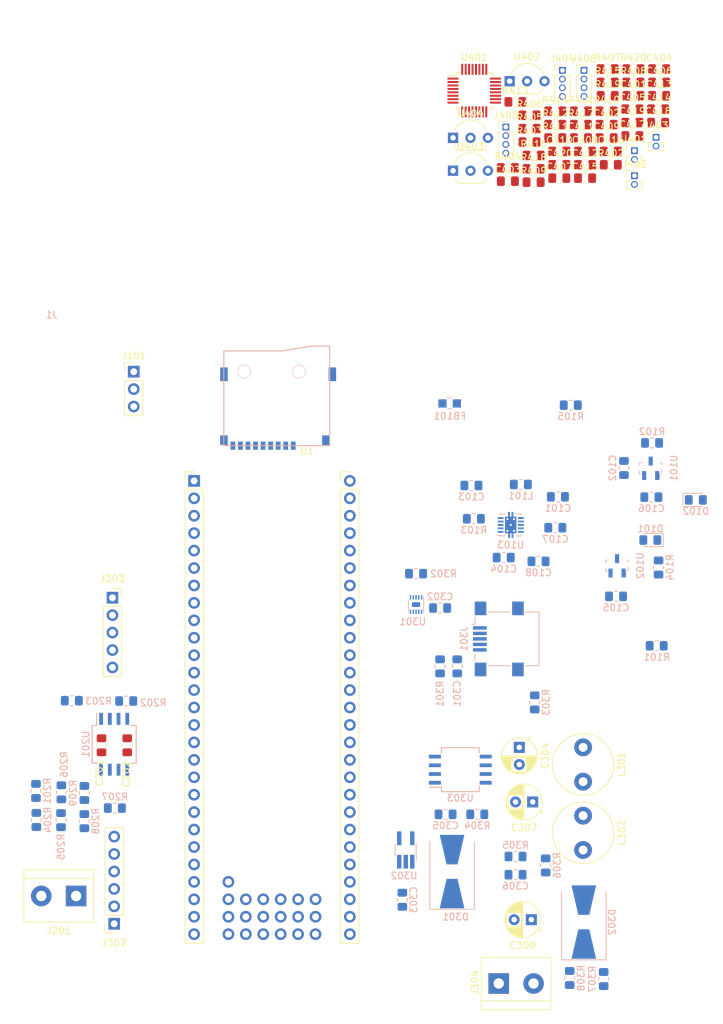
<source format=kicad_pcb>
(kicad_pcb (version 20171130) (host pcbnew 5.0.1-33cea8e~68~ubuntu18.04.1)
  (title_block (title VOP24) (date 2018-11-01) (rev 0.2) (company "Universidad Favaloro"))
  (layers (0 F.Cu signal) (31 B.Cu signal) (34 B.Paste user) (35 F.Paste user) (36 B.SilkS user) (37 F.SilkS user) (38 B.Mask user) (39 F.Mask user) (44 Edge.Cuts user))
  (net 0 "")
  (net 1 /DGND)
  (net 2 /CD_SD)
  (net 3 /MISO_SD)
  (net 4 /SCLK_SD)
  (net 5 /DVCC)
  (net 6 /MOSI_SD)
  (net 7 /CS_SD)
  (net 8 "Net-(J1-Pad1)")
  (net 9 /VUSB_OUT)
  (net 10 /TPD_~EN)
  (net 11 /TPD_~ACK)
  (net 12 /USB_ID)
  (net 13 "Net-(C302-Pad1)")
  (net 14 /Comunicacion/USB_GND)
  (net 15 /USB_D-)
  (net 16 /USB_D+)
  (net 17 "Net-(C410-Pad1)")
  (net 18 "Net-(C410-Pad2)")
  (net 19 /ADS1292_esquematico/SENS1N)
  (net 20 /ADS1292_esquematico/SENS1P)
  (net 21 /ADS1292_esquematico/SENS2N)
  (net 22 "Net-(C411-Pad1)")
  (net 23 /ADS1292_esquematico/SENS2P)
  (net 24 "Net-(C411-Pad2)")
  (net 25 /CS_ADS)
  (net 26 /CLK_ADS)
  (net 27 /MISO_ADS)
  (net 28 /MOSI_ADS)
  (net 29 /SCLK_ADS)
  (net 30 /DRDY_ADS)
  (net 31 /START_ADS)
  (net 32 /ADS1292_esquematico/VREFP)
  (net 33 /PWDNE_ADS)
  (net 34 /AVCC)
  (net 35 /ADS1292_esquematico/CLKSEL)
  (net 36 /AGND)
  (net 37 /ADS1292_esquematico/VCAP1)
  (net 38 /ADS1292_esquematico/GPIO1)
  (net 39 /ADS1292_esquematico/SENS3N)
  (net 40 /ADS1292_esquematico/GPIO2)
  (net 41 /ADS1292_esquematico/RLDIN)
  (net 42 /ADS1292_esquematico/VCAP2)
  (net 43 /ADS1292_esquematico/RLDINV)
  (net 44 /ADS1292_esquematico/RLDOUT)
  (net 45 /ADS1292_esquematico/SENS3P)
  (net 46 "Net-(U1-Pad2)")
  (net 47 "Net-(U1-Pad3)")
  (net 48 /RESET)
  (net 49 /UUTXD)
  (net 50 /UURXD)
  (net 51 /ADC_BAT)
  (net 52 /ADC_TEMP)
  (net 53 "Net-(U1-Pad19)")
  (net 54 "Net-(U1-Pad20)")
  (net 55 /BLE_TXD)
  (net 56 /BLE_RXD)
  (net 57 /BLE_EN)
  (net 58 /BLE_STATE)
  (net 59 "Net-(U1-Pad25)")
  (net 60 "Net-(U1-Pad26)")
  (net 61 "Net-(U1-Pad27)")
  (net 62 "Net-(U1-Pad30)")
  (net 63 "Net-(U1-Pad46)")
  (net 64 "Net-(U1-Pad29)")
  (net 65 "Net-(U1-Pad33)")
  (net 66 "Net-(U1-Pad47)")
  (net 67 "Net-(U1-Pad31)")
  (net 68 "Net-(U1-Pad53)")
  (net 69 "Net-(U1-Pad50)")
  (net 70 "Net-(U1-Pad52)")
  (net 71 /LT1512_SS)
  (net 72 "Net-(U1-Pad32)")
  (net 73 "Net-(U1-Pad35)")
  (net 74 "Net-(U1-Pad51)")
  (net 75 "Net-(U1-Pad41)")
  (net 76 /LTC4411_STAT)
  (net 77 "Net-(U1-Pad34)")
  (net 78 "Net-(U1-PadPD13)")
  (net 79 "Net-(U1-PadPD7)")
  (net 80 "Net-(U1-PadPD16)")
  (net 81 "Net-(U1-PadPD10)")
  (net 82 "Net-(U1-PadPD4)")
  (net 83 "Net-(U1-PadPD1)")
  (net 84 "Net-(U1-PadPD14)")
  (net 85 "Net-(U1-PadPD8)")
  (net 86 "Net-(U1-PadPD17)")
  (net 87 "Net-(U1-PadPD11)")
  (net 88 "Net-(U1-PadPD5)")
  (net 89 "Net-(U1-PadPD2)")
  (net 90 "Net-(U1-PadPD15)")
  (net 91 "Net-(U1-PadPD9)")
  (net 92 "Net-(U1-PadPD18)")
  (net 93 "Net-(U1-PadPD12)")
  (net 94 "Net-(U1-PadPD6)")
  (net 95 "Net-(U1-PadPD3)")
  (net 96 "Net-(U1-PadPD19)")
  (net 97 /fuentesLDO/VCC_NREG)
  (net 98 /analogico/VBAT)
  (net 99 "Net-(J201-Pad2)")
  (net 100 "Net-(D101-Pad1)")
  (net 101 "Net-(J404-Pad2)")
  (net 102 "Net-(J406-Pad2)")
  (net 103 "Net-(J406-Pad3)")
  (net 104 "Net-(J405-Pad2)")
  (net 105 "Net-(J405-Pad3)")
  (net 106 "Net-(J404-Pad3)")
  (net 107 "Net-(J406-Pad4)")
  (net 108 "Net-(R408-Pad2)")
  (net 109 "Net-(R407-Pad2)")
  (net 110 "Net-(J405-Pad4)")
  (net 111 "Net-(J404-Pad4)")
  (net 112 "Net-(R406-Pad2)")
  (net 113 "Net-(R206-Pad1)")
  (net 114 "Net-(C301-Pad1)")
  (net 115 "Net-(R204-Pad2)")
  (net 116 "Net-(C305-Pad2)")
  (net 117 "Net-(L302-Pad2)")
  (net 118 "Net-(C306-Pad1)")
  (net 119 "Net-(R307-Pad1)")
  (net 120 "Net-(R207-Pad1)")
  (net 121 "Net-(R202-Pad1)")
  (net 122 "Net-(D102-Pad1)")
  (net 123 "Net-(C104-Pad1)")
  (net 124 /fuentesLDO/DVCC_UD)
  (net 125 "Net-(L101-Pad2)")
  (net 126 "Net-(L101-Pad1)")
  (net 127 "Net-(C307-Pad2)")
  (net 128 "Net-(C305-Pad1)")
  (net 129 "Net-(C307-Pad1)")
  (net 130 /Comunicacion/UU_5V)
  (net 131 /Comunicacion/DGND)
  (module Connector_PinSocket_2.54mm:PinSocket_1x05_P2.54mm_Vertical (layer F.Cu) (at 67.75 122.5)
    (fp_text reference J303 (at 0 -2.77) (layer F.SilkS))
    (fp_text value Conn_01x05_Male)
    (pad 1 thru_hole rect (at 0 0) (size 1.7 1.7) (drill 1) (layers *.Cu *.Mask) (net 5 /DVCC))
    (pad 2 thru_hole oval (at 0 2.54) (size 1.7 1.7) (drill 1) (layers *.Cu *.Mask) (net 49 /UUTXD))
    (pad 3 thru_hole oval (at 0 5.08) (size 1.7 1.7) (drill 1) (layers *.Cu *.Mask) (net 50 /UURXD))
    (pad 4 thru_hole oval (at 0 7.62) (size 1.7 1.7) (drill 1) (layers *.Cu *.Mask) (net 1 /DGND))
    (pad 5 thru_hole oval (at 0 10.16) (size 1.7 1.7) (drill 1) (layers *.Cu *.Mask) (net 130 /Comunicacion/UU_5V))
  )
  (module Connector_PinSocket_2.54mm:PinSocket_1x06_P2.54mm_Vertical (layer F.Cu) (at 68 170 180)
    (fp_text reference J302 (at 0 -2.77 180) (layer F.SilkS))
    (fp_text value Conn_01x06_Male)
    (pad 1 thru_hole rect (at 0 0 180) (size 1.7 1.7) (drill 1) (layers *.Cu *.Mask) (net 58 /BLE_STATE))
    (pad 2 thru_hole oval (at 0 2.54 180) (size 1.7 1.7) (drill 1) (layers *.Cu *.Mask) (net 56 /BLE_RXD))
    (pad 3 thru_hole oval (at 0 5.08 180) (size 1.7 1.7) (drill 1) (layers *.Cu *.Mask) (net 55 /BLE_TXD))
    (pad 4 thru_hole oval (at 0 7.62 180) (size 1.7 1.7) (drill 1) (layers *.Cu *.Mask) (net 1 /DGND))
    (pad 5 thru_hole oval (at 0 10.16 180) (size 1.7 1.7) (drill 1) (layers *.Cu *.Mask) (net 5 /DVCC))
    (pad 6 thru_hole oval (at 0 12.7 180) (size 1.7 1.7) (drill 1) (layers *.Cu *.Mask) (net 57 /BLE_EN))
  )
  (module Capacitor_SMD:C_0805_2012Metric_Pad1.15x1.40mm_HandSolder (layer F.Cu) (at 136.035001 55.525001)
    (fp_text reference C411 (at 0 -1.65) (layer F.SilkS))
    (fp_text value 4.7nF)
    (pad 1 smd roundrect (at -1.025 0) (size 1.15 1.4) (layers F.Cu F.Paste F.Mask) (roundrect_rratio 0.217391) (net 22 "Net-(C411-Pad1)"))
    (pad 2 smd roundrect (at 1.025 0) (size 1.15 1.4) (layers F.Cu F.Paste F.Mask) (roundrect_rratio 0.217391) (net 24 "Net-(C411-Pad2)"))
  )
  (module Capacitor_SMD:C_0805_2012Metric_Pad1.15x1.40mm_HandSolder (layer B.Cu) (at 132.675 107.8)
    (fp_text reference C101 (at 0 1.65) (layer B.SilkS) (effects (justify mirror)))
    (fp_text value 1uF)
    (pad 2 smd roundrect (at 1.025 0) (size 1.15 1.4) (layers B.Cu B.Paste B.Mask) (roundrect_rratio 0.217391) (net 1 /DGND))
    (pad 1 smd roundrect (at -1.025 0) (size 1.15 1.4) (layers B.Cu B.Paste B.Mask) (roundrect_rratio 0.217391) (net 97 /fuentesLDO/VCC_NREG))
  )
  (module Capacitor_SMD:C_0805_2012Metric_Pad1.15x1.40mm_HandSolder (layer B.Cu) (at 120.075 106.15)
    (fp_text reference C103 (at 0 1.65) (layer B.SilkS) (effects (justify mirror)))
    (fp_text value 10uF)
    (pad 1 smd roundrect (at -1.025 0) (size 1.15 1.4) (layers B.Cu B.Paste B.Mask) (roundrect_rratio 0.217391) (net 97 /fuentesLDO/VCC_NREG))
    (pad 2 smd roundrect (at 1.025 0) (size 1.15 1.4) (layers B.Cu B.Paste B.Mask) (roundrect_rratio 0.217391) (net 1 /DGND))
  )
  (module Capacitor_SMD:C_0805_2012Metric_Pad1.15x1.40mm_HandSolder (layer B.Cu) (at 124.775 116.65)
    (fp_text reference C104 (at 0 1.65) (layer B.SilkS) (effects (justify mirror)))
    (fp_text value 0.1uF)
    (pad 2 smd roundrect (at 1.025 0) (size 1.15 1.4) (layers B.Cu B.Paste B.Mask) (roundrect_rratio 0.217391) (net 1 /DGND))
    (pad 1 smd roundrect (at -1.025 0) (size 1.15 1.4) (layers B.Cu B.Paste B.Mask) (roundrect_rratio 0.217391) (net 123 "Net-(C104-Pad1)"))
  )
  (module Capacitor_SMD:C_0805_2012Metric_Pad1.15x1.40mm_HandSolder (layer B.Cu) (at 141.15 122.3)
    (fp_text reference C105 (at 0 1.65) (layer B.SilkS) (effects (justify mirror)))
    (fp_text value 1uF)
    (pad 1 smd roundrect (at -1.025 0) (size 1.15 1.4) (layers B.Cu B.Paste B.Mask) (roundrect_rratio 0.217391) (net 5 /DVCC))
    (pad 2 smd roundrect (at 1.025 0) (size 1.15 1.4) (layers B.Cu B.Paste B.Mask) (roundrect_rratio 0.217391) (net 1 /DGND))
  )
  (module Capacitor_SMD:C_0805_2012Metric_Pad1.15x1.40mm_HandSolder (layer B.Cu) (at 146.3 107.85)
    (fp_text reference C106 (at 0 1.65) (layer B.SilkS) (effects (justify mirror)))
    (fp_text value 1uF)
    (pad 2 smd roundrect (at 1.025 0) (size 1.15 1.4) (layers B.Cu B.Paste B.Mask) (roundrect_rratio 0.217391) (net 36 /AGND))
    (pad 1 smd roundrect (at -1.025 0) (size 1.15 1.4) (layers B.Cu B.Paste B.Mask) (roundrect_rratio 0.217391) (net 34 /AVCC))
  )
  (module Capacitor_SMD:C_0805_2012Metric_Pad1.15x1.40mm_HandSolder (layer B.Cu) (at 132.3 112.3)
    (fp_text reference C107 (at 0 1.65) (layer B.SilkS) (effects (justify mirror)))
    (fp_text value 10uF)
    (pad 1 smd roundrect (at -1.025 0) (size 1.15 1.4) (layers B.Cu B.Paste B.Mask) (roundrect_rratio 0.217391) (net 124 /fuentesLDO/DVCC_UD))
    (pad 2 smd roundrect (at 1.025 0) (size 1.15 1.4) (layers B.Cu B.Paste B.Mask) (roundrect_rratio 0.217391) (net 1 /DGND))
  )
  (module Capacitor_SMD:C_0805_2012Metric_Pad1.15x1.40mm_HandSolder (layer B.Cu) (at 129.85 117.2)
    (fp_text reference C108 (at 0 1.65) (layer B.SilkS) (effects (justify mirror)))
    (fp_text value 10uF)
    (pad 2 smd roundrect (at 1.025 0) (size 1.15 1.4) (layers B.Cu B.Paste B.Mask) (roundrect_rratio 0.217391) (net 1 /DGND))
    (pad 1 smd roundrect (at -1.025 0) (size 1.15 1.4) (layers B.Cu B.Paste B.Mask) (roundrect_rratio 0.217391) (net 124 /fuentesLDO/DVCC_UD))
  )
  (module Capacitor_SMD:C_0805_2012Metric_Pad1.15x1.40mm_HandSolder (layer F.Cu) (at 132.885001 59.425001)
    (fp_text reference C420 (at 0 -1.65) (layer F.SilkS))
    (fp_text value 470pF)
    (pad 1 smd roundrect (at -1.025 0) (size 1.15 1.4) (layers F.Cu F.Paste F.Mask) (roundrect_rratio 0.217391) (net 39 /ADS1292_esquematico/SENS3N))
    (pad 2 smd roundrect (at 1.025 0) (size 1.15 1.4) (layers F.Cu F.Paste F.Mask) (roundrect_rratio 0.217391) (net 36 /AGND))
  )
  (module Capacitor_SMD:C_0805_2012Metric_Pad1.15x1.40mm_HandSolder (layer F.Cu) (at 69.9 144 90)
    (fp_text reference C202 (at -4.2 -0.15 90) (layer F.SilkS))
    (fp_text value 0.1uF)
    (pad 2 smd roundrect (at 1.025 0 90) (size 1.15 1.4) (layers F.Cu F.Paste F.Mask) (roundrect_rratio 0.217391) (net 36 /AGND))
    (pad 1 smd roundrect (at -1.025 0 90) (size 1.15 1.4) (layers F.Cu F.Paste F.Mask) (roundrect_rratio 0.217391) (net 34 /AVCC))
  )
  (module Capacitor_SMD:C_0805_2012Metric_Pad1.15x1.40mm_HandSolder (layer B.Cu) (at 118 132.5 90)
    (fp_text reference C301 (at -4 0 90) (layer B.SilkS) (effects (justify mirror)))
    (fp_text value 10n/500V)
    (pad 1 smd roundrect (at -1.025 0 90) (size 1.15 1.4) (layers B.Cu B.Paste B.Mask) (roundrect_rratio 0.217391) (net 114 "Net-(C301-Pad1)"))
    (pad 2 smd roundrect (at 1.025 0 90) (size 1.15 1.4) (layers B.Cu B.Paste B.Mask) (roundrect_rratio 0.217391) (net 14 /Comunicacion/USB_GND))
  )
  (module Capacitor_SMD:C_0805_2012Metric_Pad1.15x1.40mm_HandSolder (layer B.Cu) (at 115.5 124 180)
    (fp_text reference C302 (at 0 1.65 180) (layer B.SilkS) (effects (justify mirror)))
    (fp_text value 10uF)
    (pad 2 smd roundrect (at 1.025 0 180) (size 1.15 1.4) (layers B.Cu B.Paste B.Mask) (roundrect_rratio 0.217391) (net 131 /Comunicacion/DGND))
    (pad 1 smd roundrect (at -1.025 0 180) (size 1.15 1.4) (layers B.Cu B.Paste B.Mask) (roundrect_rratio 0.217391) (net 13 "Net-(C302-Pad1)"))
  )
  (module Capacitor_SMD:C_0805_2012Metric_Pad1.15x1.40mm_HandSolder (layer B.Cu) (at 110 166.5 90)
    (fp_text reference C303 (at 0 1.65 90) (layer B.SilkS) (effects (justify mirror)))
    (fp_text value 0.1uF)
    (pad 1 smd roundrect (at -1.025 0 90) (size 1.15 1.4) (layers B.Cu B.Paste B.Mask) (roundrect_rratio 0.217391) (net 97 /fuentesLDO/VCC_NREG))
    (pad 2 smd roundrect (at 1.025 0 90) (size 1.15 1.4) (layers B.Cu B.Paste B.Mask) (roundrect_rratio 0.217391) (net 1 /DGND))
  )
  (module Capacitor_SMD:C_0805_2012Metric_Pad1.15x1.40mm_HandSolder (layer B.Cu) (at 116.3 154.05)
    (fp_text reference C305 (at 0 1.65) (layer B.SilkS) (effects (justify mirror)))
    (fp_text value 0.1uF)
    (pad 2 smd roundrect (at 1.025 0) (size 1.15 1.4) (layers B.Cu B.Paste B.Mask) (roundrect_rratio 0.217391) (net 116 "Net-(C305-Pad2)"))
    (pad 1 smd roundrect (at -1.025 0) (size 1.15 1.4) (layers B.Cu B.Paste B.Mask) (roundrect_rratio 0.217391) (net 128 "Net-(C305-Pad1)"))
  )
  (module Capacitor_SMD:C_0805_2012Metric_Pad1.15x1.40mm_HandSolder (layer B.Cu) (at 126.5 162.85)
    (fp_text reference C306 (at 0 1.65) (layer B.SilkS) (effects (justify mirror)))
    (fp_text value 0.22uF)
    (pad 1 smd roundrect (at -1.025 0) (size 1.15 1.4) (layers B.Cu B.Paste B.Mask) (roundrect_rratio 0.217391) (net 118 "Net-(C306-Pad1)"))
    (pad 2 smd roundrect (at 1.025 0) (size 1.15 1.4) (layers B.Cu B.Paste B.Mask) (roundrect_rratio 0.217391) (net 1 /DGND))
  )
  (module Capacitor_SMD:C_0805_2012Metric_Pad1.15x1.40mm_HandSolder (layer B.Cu) (at 142.3 103.6 270)
    (fp_text reference C102 (at 0 1.65 270) (layer B.SilkS) (effects (justify mirror)))
    (fp_text value 1uF)
    (pad 2 smd roundrect (at 1.025 0 270) (size 1.15 1.4) (layers B.Cu B.Paste B.Mask) (roundrect_rratio 0.217391) (net 36 /AGND))
    (pad 1 smd roundrect (at -1.025 0 270) (size 1.15 1.4) (layers B.Cu B.Paste B.Mask) (roundrect_rratio 0.217391) (net 97 /fuentesLDO/VCC_NREG))
  )
  (module Capacitor_SMD:C_0805_2012Metric_Pad1.15x1.40mm_HandSolder (layer F.Cu) (at 143.685001 49.375001)
    (fp_text reference C401 (at 0 -1.65) (layer F.SilkS))
    (fp_text value 1uF)
    (pad 1 smd roundrect (at -1.025 0) (size 1.15 1.4) (layers F.Cu F.Paste F.Mask) (roundrect_rratio 0.217391) (net 37 /ADS1292_esquematico/VCAP1))
    (pad 2 smd roundrect (at 1.025 0) (size 1.15 1.4) (layers F.Cu F.Paste F.Mask) (roundrect_rratio 0.217391) (net 1 /DGND))
  )
  (module Capacitor_SMD:C_0805_2012Metric_Pad1.15x1.40mm_HandSolder (layer F.Cu) (at 66.15 144 90)
    (fp_text reference C201 (at -4.05 -0.3 90) (layer F.SilkS))
    (fp_text value 10uF)
    (pad 2 smd roundrect (at 1.025 0 90) (size 1.15 1.4) (layers F.Cu F.Paste F.Mask) (roundrect_rratio 0.217391) (net 36 /AGND))
    (pad 1 smd roundrect (at -1.025 0 90) (size 1.15 1.4) (layers F.Cu F.Paste F.Mask) (roundrect_rratio 0.217391) (net 34 /AVCC))
  )
  (module Capacitor_SMD:C_0805_2012Metric_Pad1.15x1.40mm_HandSolder (layer F.Cu) (at 147.435001 45.475001)
    (fp_text reference C404 (at 0 -1.65) (layer F.SilkS))
    (fp_text value 0.1uF)
    (pad 1 smd roundrect (at -1.025 0) (size 1.15 1.4) (layers F.Cu F.Paste F.Mask) (roundrect_rratio 0.217391) (net 32 /ADS1292_esquematico/VREFP))
    (pad 2 smd roundrect (at 1.025 0) (size 1.15 1.4) (layers F.Cu F.Paste F.Mask) (roundrect_rratio 0.217391) (net 1 /DGND))
  )
  (module Capacitor_SMD:C_0805_2012Metric_Pad1.15x1.40mm_HandSolder (layer F.Cu) (at 143.535001 51.325001)
    (fp_text reference C405 (at 0 -1.65) (layer F.SilkS))
    (fp_text value 1uF)
    (pad 2 smd roundrect (at 1.025 0) (size 1.15 1.4) (layers F.Cu F.Paste F.Mask) (roundrect_rratio 0.217391) (net 1 /DGND))
    (pad 1 smd roundrect (at -1.025 0) (size 1.15 1.4) (layers F.Cu F.Paste F.Mask) (roundrect_rratio 0.217391) (net 5 /DVCC))
  )
  (module Capacitor_SMD:C_0805_2012Metric_Pad1.15x1.40mm_HandSolder (layer F.Cu) (at 147.435001 47.425001)
    (fp_text reference C406 (at 0 -1.65) (layer F.SilkS))
    (fp_text value 0.1uF)
    (pad 1 smd roundrect (at -1.025 0) (size 1.15 1.4) (layers F.Cu F.Paste F.Mask) (roundrect_rratio 0.217391) (net 5 /DVCC))
    (pad 2 smd roundrect (at 1.025 0) (size 1.15 1.4) (layers F.Cu F.Paste F.Mask) (roundrect_rratio 0.217391) (net 1 /DGND))
  )
  (module Capacitor_SMD:C_0805_2012Metric_Pad1.15x1.40mm_HandSolder (layer F.Cu) (at 132.885001 61.375001)
    (fp_text reference C407 (at 0 -1.65) (layer F.SilkS))
    (fp_text value 1uF)
    (pad 2 smd roundrect (at 1.025 0) (size 1.15 1.4) (layers F.Cu F.Paste F.Mask) (roundrect_rratio 0.217391) (net 1 /DGND))
    (pad 1 smd roundrect (at -1.025 0) (size 1.15 1.4) (layers F.Cu F.Paste F.Mask) (roundrect_rratio 0.217391) (net 5 /DVCC))
  )
  (module Capacitor_SMD:C_0805_2012Metric_Pad1.15x1.40mm_HandSolder (layer F.Cu) (at 136.635001 57.475001)
    (fp_text reference C408 (at 0 -1.65) (layer F.SilkS))
    (fp_text value 0.1uF)
    (pad 1 smd roundrect (at -1.025 0) (size 1.15 1.4) (layers F.Cu F.Paste F.Mask) (roundrect_rratio 0.217391) (net 5 /DVCC))
    (pad 2 smd roundrect (at 1.025 0) (size 1.15 1.4) (layers F.Cu F.Paste F.Mask) (roundrect_rratio 0.217391) (net 1 /DGND))
  )
  (module Capacitor_SMD:C_0805_2012Metric_Pad1.15x1.40mm_HandSolder (layer F.Cu) (at 139.785001 55.525001)
    (fp_text reference C409 (at 0 -1.65) (layer F.SilkS))
    (fp_text value 1.5nF)
    (pad 2 smd roundrect (at 1.025 0) (size 1.15 1.4) (layers F.Cu F.Paste F.Mask) (roundrect_rratio 0.217391) (net 44 /ADS1292_esquematico/RLDOUT))
    (pad 1 smd roundrect (at -1.025 0) (size 1.15 1.4) (layers F.Cu F.Paste F.Mask) (roundrect_rratio 0.217391) (net 43 /ADS1292_esquematico/RLDINV))
  )
  (module Capacitor_SMD:C_0805_2012Metric_Pad1.15x1.40mm_HandSolder (layer F.Cu) (at 132.885001 57.475001)
    (fp_text reference C410 (at 0 -1.65) (layer F.SilkS))
    (fp_text value 4.7nF)
    (pad 1 smd roundrect (at -1.025 0) (size 1.15 1.4) (layers F.Cu F.Paste F.Mask) (roundrect_rratio 0.217391) (net 17 "Net-(C410-Pad1)"))
    (pad 2 smd roundrect (at 1.025 0) (size 1.15 1.4) (layers F.Cu F.Paste F.Mask) (roundrect_rratio 0.217391) (net 18 "Net-(C410-Pad2)"))
  )
  (module Capacitor_SMD:C_0805_2012Metric_Pad1.15x1.40mm_HandSolder (layer F.Cu) (at 139.785001 53.575001)
    (fp_text reference C402 (at 0 -1.65) (layer F.SilkS))
    (fp_text value 1uF)
    (pad 2 smd roundrect (at 1.025 0) (size 1.15 1.4) (layers F.Cu F.Paste F.Mask) (roundrect_rratio 0.217391) (net 1 /DGND))
    (pad 1 smd roundrect (at -1.025 0) (size 1.15 1.4) (layers F.Cu F.Paste F.Mask) (roundrect_rratio 0.217391) (net 42 /ADS1292_esquematico/VCAP2))
  )
  (module Capacitor_SMD:C_0805_2012Metric_Pad1.15x1.40mm_HandSolder (layer F.Cu) (at 136.635001 59.425001)
    (fp_text reference C412 (at 0 -1.65) (layer F.SilkS))
    (fp_text value 470pF)
    (pad 1 smd roundrect (at -1.025 0) (size 1.15 1.4) (layers F.Cu F.Paste F.Mask) (roundrect_rratio 0.217391) (net 19 /ADS1292_esquematico/SENS1N))
    (pad 2 smd roundrect (at 1.025 0) (size 1.15 1.4) (layers F.Cu F.Paste F.Mask) (roundrect_rratio 0.217391) (net 19 /ADS1292_esquematico/SENS1N))
  )
  (module Capacitor_SMD:C_0805_2012Metric_Pad1.15x1.40mm_HandSolder (layer F.Cu) (at 147.435001 49.375001)
    (fp_text reference C413 (at 0 -1.65) (layer F.SilkS))
    (fp_text value 470pF)
    (pad 2 smd roundrect (at 1.025 0) (size 1.15 1.4) (layers F.Cu F.Paste F.Mask) (roundrect_rratio 0.217391) (net 21 /ADS1292_esquematico/SENS2N))
    (pad 1 smd roundrect (at -1.025 0) (size 1.15 1.4) (layers F.Cu F.Paste F.Mask) (roundrect_rratio 0.217391) (net 21 /ADS1292_esquematico/SENS2N))
  )
  (module Capacitor_SMD:C_0805_2012Metric_Pad1.15x1.40mm_HandSolder (layer F.Cu) (at 147.285001 51.325001)
    (fp_text reference C414 (at 0 -1.65) (layer F.SilkS))
    (fp_text value 470pF)
    (pad 1 smd roundrect (at -1.025 0) (size 1.15 1.4) (layers F.Cu F.Paste F.Mask) (roundrect_rratio 0.217391) (net 39 /ADS1292_esquematico/SENS3N))
    (pad 2 smd roundrect (at 1.025 0) (size 1.15 1.4) (layers F.Cu F.Paste F.Mask) (roundrect_rratio 0.217391) (net 39 /ADS1292_esquematico/SENS3N))
  )
  (module Capacitor_SMD:C_0805_2012Metric_Pad1.15x1.40mm_HandSolder (layer F.Cu) (at 136.635001 61.375001)
    (fp_text reference C415 (at 0 -1.65) (layer F.SilkS))
    (fp_text value 470pF)
    (pad 2 smd roundrect (at 1.025 0) (size 1.15 1.4) (layers F.Cu F.Paste F.Mask) (roundrect_rratio 0.217391) (net 36 /AGND))
    (pad 1 smd roundrect (at -1.025 0) (size 1.15 1.4) (layers F.Cu F.Paste F.Mask) (roundrect_rratio 0.217391) (net 19 /ADS1292_esquematico/SENS1N))
  )
  (module Capacitor_SMD:C_0805_2012Metric_Pad1.15x1.40mm_HandSolder (layer F.Cu) (at 140.385001 57.475001)
    (fp_text reference C416 (at 0 -1.65) (layer F.SilkS))
    (fp_text value 470pF)
    (pad 1 smd roundrect (at -1.025 0) (size 1.15 1.4) (layers F.Cu F.Paste F.Mask) (roundrect_rratio 0.217391) (net 19 /ADS1292_esquematico/SENS1N))
    (pad 2 smd roundrect (at 1.025 0) (size 1.15 1.4) (layers F.Cu F.Paste F.Mask) (roundrect_rratio 0.217391) (net 36 /AGND))
  )
  (module Capacitor_SMD:C_0805_2012Metric_Pad1.15x1.40mm_HandSolder (layer F.Cu) (at 143.535001 55.225001)
    (fp_text reference C417 (at 0 -1.65) (layer F.SilkS))
    (fp_text value 470pF)
    (pad 2 smd roundrect (at 1.025 0) (size 1.15 1.4) (layers F.Cu F.Paste F.Mask) (roundrect_rratio 0.217391) (net 36 /AGND))
    (pad 1 smd roundrect (at -1.025 0) (size 1.15 1.4) (layers F.Cu F.Paste F.Mask) (roundrect_rratio 0.217391) (net 21 /ADS1292_esquematico/SENS2N))
  )
  (module Capacitor_SMD:C_0805_2012Metric_Pad1.15x1.40mm_HandSolder (layer F.Cu) (at 147.285001 53.275001)
    (fp_text reference C418 (at 0 -1.65) (layer F.SilkS))
    (fp_text value 470pF)
    (pad 1 smd roundrect (at -1.025 0) (size 1.15 1.4) (layers F.Cu F.Paste F.Mask) (roundrect_rratio 0.217391) (net 21 /ADS1292_esquematico/SENS2N))
    (pad 2 smd roundrect (at 1.025 0) (size 1.15 1.4) (layers F.Cu F.Paste F.Mask) (roundrect_rratio 0.217391) (net 36 /AGND))
  )
  (module Capacitor_SMD:C_0805_2012Metric_Pad1.15x1.40mm_HandSolder (layer F.Cu) (at 125.385001 61.825001)
    (fp_text reference C403 (at 0 -1.65) (layer F.SilkS))
    (fp_text value 10uF)
    (pad 2 smd roundrect (at 1.025 0) (size 1.15 1.4) (layers F.Cu F.Paste F.Mask) (roundrect_rratio 0.217391) (net 1 /DGND))
    (pad 1 smd roundrect (at -1.025 0) (size 1.15 1.4) (layers F.Cu F.Paste F.Mask) (roundrect_rratio 0.217391) (net 32 /ADS1292_esquematico/VREFP))
  )
  (module Capacitor_SMD:C_0805_2012Metric_Pad1.15x1.40mm_HandSolder (layer F.Cu) (at 143.535001 53.275001)
    (fp_text reference C419 (at 0 -1.65) (layer F.SilkS))
    (fp_text value 470pF)
    (pad 1 smd roundrect (at -1.025 0) (size 1.15 1.4) (layers F.Cu F.Paste F.Mask) (roundrect_rratio 0.217391) (net 39 /ADS1292_esquematico/SENS3N))
    (pad 2 smd roundrect (at 1.025 0) (size 1.15 1.4) (layers F.Cu F.Paste F.Mask) (roundrect_rratio 0.217391) (net 36 /AGND))
  )
  (module Capacitor_THT:CP_Radial_D5.0mm_P2.50mm (layer F.Cu) (at 128.8 169.4 180)
    (fp_text reference C308 (at 1.25 -3.75 180) (layer F.SilkS))
    (fp_text value 22uF/25V)
    (pad 1 thru_hole rect (at 0 0 180) (size 1.6 1.6) (drill 0.8) (layers *.Cu *.Mask) (net 1 /DGND))
    (pad 2 thru_hole circle (at 2.5 0 180) (size 1.6 1.6) (drill 0.8) (layers *.Cu *.Mask) (net 98 /analogico/VBAT))
  )
  (module Capacitor_THT:CP_Radial_D5.0mm_P2.50mm (layer F.Cu) (at 127.05 144.3 270)
    (fp_text reference C304 (at 1.25 -3.75 270) (layer F.SilkS))
    (fp_text value "22uF/25V bajo ESR")
    (pad 2 thru_hole circle (at 2.5 0 270) (size 1.6 1.6) (drill 0.8) (layers *.Cu *.Mask) (net 1 /DGND))
    (pad 1 thru_hole rect (at 0 0 270) (size 1.6 1.6) (drill 0.8) (layers *.Cu *.Mask) (net 9 /VUSB_OUT))
  )
  (module Capacitor_THT:CP_Radial_D5.0mm_P2.50mm (layer F.Cu) (at 129 152.25 180)
    (fp_text reference C307 (at 1.25 -3.75 180) (layer F.SilkS))
    (fp_text value "2.2uF CER")
    (pad 1 thru_hole rect (at 0 0 180) (size 1.6 1.6) (drill 0.8) (layers *.Cu *.Mask) (net 129 "Net-(C307-Pad1)"))
    (pad 2 thru_hole circle (at 2.5 0 180) (size 1.6 1.6) (drill 0.8) (layers *.Cu *.Mask) (net 127 "Net-(C307-Pad2)"))
  )
  (module Connector_PinHeader_1.27mm:PinHeader_1x02_P1.27mm_Vertical (layer F.Cu) (at 146.985001 55.425001)
    (fp_text reference J403 (at 0 -1.695) (layer F.SilkS))
    (fp_text value Conn_01x02)
    (pad 1 thru_hole rect (at 0 0) (size 1 1) (drill 0.65) (layers *.Cu *.Mask) (net 45 /ADS1292_esquematico/SENS3P))
    (pad 2 thru_hole oval (at 0 1.27) (size 1 1) (drill 0.65) (layers *.Cu *.Mask) (net 39 /ADS1292_esquematico/SENS3N))
  )
  (module Connector_PinHeader_1.27mm:PinHeader_1x02_P1.27mm_Vertical (layer F.Cu) (at 143.835001 61.025001)
    (fp_text reference J402 (at 0 -1.695) (layer F.SilkS))
    (fp_text value Conn_01x02)
    (pad 2 thru_hole oval (at 0 1.27) (size 1 1) (drill 0.65) (layers *.Cu *.Mask) (net 21 /ADS1292_esquematico/SENS2N))
    (pad 1 thru_hole rect (at 0 0) (size 1 1) (drill 0.65) (layers *.Cu *.Mask) (net 23 /ADS1292_esquematico/SENS2P))
  )
  (module Connector_PinHeader_1.27mm:PinHeader_1x02_P1.27mm_Vertical (layer F.Cu) (at 143.835001 57.375001)
    (fp_text reference J401 (at 0 -1.695) (layer F.SilkS))
    (fp_text value Conn_01x02)
    (pad 1 thru_hole rect (at 0 0) (size 1 1) (drill 0.65) (layers *.Cu *.Mask) (net 20 /ADS1292_esquematico/SENS1P))
    (pad 2 thru_hole oval (at 0 1.27) (size 1 1) (drill 0.65) (layers *.Cu *.Mask) (net 19 /ADS1292_esquematico/SENS1N))
  )
  (module Connector_PinHeader_1.27mm:PinHeader_1x04_P1.27mm_Vertical (layer F.Cu) (at 125.085001 53.925001)
    (fp_text reference J405 (at 0 -1.695) (layer F.SilkS))
    (fp_text value Conn_01x04)
    (pad 1 thru_hole rect (at 0 0) (size 1 1) (drill 0.65) (layers *.Cu *.Mask) (net 36 /AGND))
    (pad 2 thru_hole oval (at 0 1.27) (size 1 1) (drill 0.65) (layers *.Cu *.Mask) (net 104 "Net-(J405-Pad2)"))
    (pad 3 thru_hole oval (at 0 2.54) (size 1 1) (drill 0.65) (layers *.Cu *.Mask) (net 105 "Net-(J405-Pad3)"))
    (pad 4 thru_hole oval (at 0 3.81) (size 1 1) (drill 0.65) (layers *.Cu *.Mask) (net 110 "Net-(J405-Pad4)"))
  )
  (module Connector_PinHeader_1.27mm:PinHeader_1x04_P1.27mm_Vertical (layer F.Cu) (at 133.335001 45.675001)
    (fp_text reference J404 (at 0 -1.695) (layer F.SilkS))
    (fp_text value Conn_01x04)
    (pad 4 thru_hole oval (at 0 3.81) (size 1 1) (drill 0.65) (layers *.Cu *.Mask) (net 111 "Net-(J404-Pad4)"))
    (pad 3 thru_hole oval (at 0 2.54) (size 1 1) (drill 0.65) (layers *.Cu *.Mask) (net 106 "Net-(J404-Pad3)"))
    (pad 2 thru_hole oval (at 0 1.27) (size 1 1) (drill 0.65) (layers *.Cu *.Mask) (net 101 "Net-(J404-Pad2)"))
    (pad 1 thru_hole rect (at 0 0) (size 1 1) (drill 0.65) (layers *.Cu *.Mask) (net 36 /AGND))
  )
  (module Connector_PinHeader_1.27mm:PinHeader_1x04_P1.27mm_Vertical (layer F.Cu) (at 136.485001 45.675001)
    (fp_text reference J406 (at 0 -1.695) (layer F.SilkS))
    (fp_text value Conn_01x04)
    (pad 1 thru_hole rect (at 0 0) (size 1 1) (drill 0.65) (layers *.Cu *.Mask) (net 36 /AGND))
    (pad 2 thru_hole oval (at 0 1.27) (size 1 1) (drill 0.65) (layers *.Cu *.Mask) (net 102 "Net-(J406-Pad2)"))
    (pad 3 thru_hole oval (at 0 2.54) (size 1 1) (drill 0.65) (layers *.Cu *.Mask) (net 103 "Net-(J406-Pad3)"))
    (pad 4 thru_hole oval (at 0 3.81) (size 1 1) (drill 0.65) (layers *.Cu *.Mask) (net 107 "Net-(J406-Pad4)"))
  )
  (module Connector_PinHeader_2.54mm:PinHeader_1x03_P2.54mm_Vertical (layer F.Cu) (at 70.85 89.57)
    (fp_text reference J101 (at 0 -2.33) (layer F.SilkS))
    (fp_text value Conn_01x03_Male)
    (pad 1 thru_hole rect (at 0 0) (size 1.7 1.7) (drill 1) (layers *.Cu *.Mask) (net 5 /DVCC))
    (pad 2 thru_hole oval (at 0 2.54) (size 1.7 1.7) (drill 1) (layers *.Cu *.Mask) (net 5 /DVCC))
    (pad 3 thru_hole oval (at 0 5.08) (size 1.7 1.7) (drill 1) (layers *.Cu *.Mask) (net 124 /fuentesLDO/DVCC_UD))
  )
  (module Connector_USB:USB_Mini-B_Lumberg_2486_01_Horizontal (layer B.Cu) (at 124 128.5 270)
    (fp_text reference J301 (at 0 5 270) (layer B.SilkS) (effects (justify mirror)))
    (fp_text value USB_B_Micro)
    (pad 1 smd rect (at -1.6 2.7 270) (size 0.5 2) (layers B.Cu B.Paste B.Mask) (net 13 "Net-(C302-Pad1)"))
    (pad 2 smd rect (at -0.8 2.7 270) (size 0.5 2) (layers B.Cu B.Paste B.Mask) (net 15 /USB_D-))
    (pad 3 smd rect (at 0 2.7 270) (size 0.5 2) (layers B.Cu B.Paste B.Mask) (net 16 /USB_D+))
    (pad 4 smd rect (at 0.8 2.7 270) (size 0.5 2) (layers B.Cu B.Paste B.Mask) (net 12 /USB_ID))
    (pad 5 smd rect (at 1.6 2.7 270) (size 0.5 2) (layers B.Cu B.Paste B.Mask) (net 14 /Comunicacion/USB_GND))
    (pad 6 smd rect (at -4.45 2.6 270) (size 2 1.7) (layers B.Cu B.Paste B.Mask) (net 114 "Net-(C301-Pad1)"))
    (pad 6 smd rect (at -4.45 -2.85 270) (size 2 1.7) (layers B.Cu B.Paste B.Mask) (net 114 "Net-(C301-Pad1)"))
    (pad 6 smd rect (at 4.45 2.6 270) (size 2 1.7) (layers B.Cu B.Paste B.Mask) (net 114 "Net-(C301-Pad1)"))
    (pad 6 smd rect (at 4.45 -2.85 270) (size 2 1.7) (layers B.Cu B.Paste B.Mask) (net 114 "Net-(C301-Pad1)"))
    (pad "" np_thru_hole circle (at -2.2 0 270) (size 1 1) (drill 1) (layers *.Cu *.Mask))
    (pad "" np_thru_hole circle (at 2.2 0 270) (size 1 1) (drill 1) (layers *.Cu *.Mask))
  )
  (module Diode_SMD:D_SMB-SMC_Universal_Handsoldering (layer B.Cu) (at 136.45 169.75 90)
    (fp_text reference D302 (at 0 4.1 90) (layer B.SilkS) (effects (justify mirror)))
    (fp_text value MBRS130LT3)
    (pad 2 smd trapezoid (at 3.2 0 270) (size 4.3 2.6) (rect_delta 1 0) (layers B.Cu B.Paste B.Mask) (net 129 "Net-(C307-Pad1)"))
    (pad 1 smd trapezoid (at -3.2 0 90) (size 4.3 2.6) (rect_delta 1 0) (layers B.Cu B.Paste B.Mask) (net 98 /analogico/VBAT))
  )
  (module Diode_SMD:D_SMB-SMC_Universal_Handsoldering (layer B.Cu) (at 117.25 162.4 90)
    (fp_text reference D301 (at -6.6 0.5) (layer B.SilkS) (effects (justify mirror)))
    (fp_text value MBRS130LT3)
    (pad 1 smd trapezoid (at -3.2 0 90) (size 4.3 2.6) (rect_delta 1 0) (layers B.Cu B.Paste B.Mask) (net 97 /fuentesLDO/VCC_NREG))
    (pad 2 smd trapezoid (at 3.2 0 270) (size 4.3 2.6) (rect_delta 1 0) (layers B.Cu B.Paste B.Mask) (net 9 /VUSB_OUT))
  )
  (module Inductor_SMD:L_0805_2012Metric_Pad1.15x1.40mm_HandSolder (layer B.Cu) (at 127.275 106)
    (fp_text reference L101 (at 0 1.65) (layer B.SilkS) (effects (justify mirror)))
    (fp_text value 2.2uH)
    (pad 1 smd roundrect (at -1.025 0) (size 1.15 1.4) (layers B.Cu B.Paste B.Mask) (roundrect_rratio 0.217391) (net 126 "Net-(L101-Pad1)"))
    (pad 2 smd roundrect (at 1.025 0) (size 1.15 1.4) (layers B.Cu B.Paste B.Mask) (roundrect_rratio 0.217391) (net 125 "Net-(L101-Pad2)"))
  )
  (module Inductor_THT:L_Radial_D8.7mm_P5.00mm_Fastron_07HCP (layer F.Cu) (at 136.35 154.25 270)
    (fp_text reference L302 (at 2.5 -5.6 270) (layer F.SilkS))
    (fp_text value 33uHy)
    (pad 2 thru_hole circle (at 5 0 270) (size 2.6 2.6) (drill 1.3) (layers *.Cu *.Mask) (net 117 "Net-(L302-Pad2)"))
    (pad 1 thru_hole circle (at 0 0 270) (size 2.6 2.6) (drill 1.3) (layers *.Cu *.Mask) (net 129 "Net-(C307-Pad1)"))
  )
  (module Inductor_THT:L_Radial_D8.7mm_P5.00mm_Fastron_07HCP (layer F.Cu) (at 136.35 144.3 270)
    (fp_text reference L301 (at 2.5 -5.6 270) (layer F.SilkS))
    (fp_text value 33uHy)
    (pad 1 thru_hole circle (at 0 0 270) (size 2.6 2.6) (drill 1.3) (layers *.Cu *.Mask) (net 9 /VUSB_OUT))
    (pad 2 thru_hole circle (at 5 0 270) (size 2.6 2.6) (drill 1.3) (layers *.Cu *.Mask) (net 127 "Net-(C307-Pad2)"))
  )
  (module LED_SMD:LED_0805_2012Metric_Pad1.15x1.40mm_HandSolder (layer B.Cu) (at 146.15 114.1 180)
    (fp_text reference D101 (at 0 1.65 180) (layer B.SilkS) (effects (justify mirror)))
    (fp_text value LED_Small)
    (pad 2 smd roundrect (at 1.025 0 180) (size 1.15 1.4) (layers B.Cu B.Paste B.Mask) (roundrect_rratio 0.217391) (net 5 /DVCC))
    (pad 1 smd roundrect (at -1.025 0 180) (size 1.15 1.4) (layers B.Cu B.Paste B.Mask) (roundrect_rratio 0.217391) (net 100 "Net-(D101-Pad1)"))
  )
  (module LED_SMD:LED_0805_2012Metric_Pad1.15x1.40mm_HandSolder (layer B.Cu) (at 152.775 108.25)
    (fp_text reference D102 (at 0 1.65) (layer B.SilkS) (effects (justify mirror)))
    (fp_text value LED_Small)
    (pad 1 smd roundrect (at -1.025 0) (size 1.15 1.4) (layers B.Cu B.Paste B.Mask) (roundrect_rratio 0.217391) (net 122 "Net-(D102-Pad1)"))
    (pad 2 smd roundrect (at 1.025 0) (size 1.15 1.4) (layers B.Cu B.Paste B.Mask) (roundrect_rratio 0.217391) (net 34 /AVCC))
  )
  (module Package_SO:SO-8_5.3x6.2mm_P1.27mm (layer B.Cu) (at 118.45 147.55)
    (fp_text reference U303 (at 0 4.13) (layer B.SilkS) (effects (justify mirror)))
    (fp_text value LT1512)
    (pad 8 smd rect (at 3.7 1.905) (size 1.75 0.55) (layers B.Cu B.Paste B.Mask) (net 127 "Net-(C307-Pad2)"))
    (pad 7 smd rect (at 3.7 0.635) (size 1.75 0.55) (layers B.Cu B.Paste B.Mask) (net 1 /DGND))
    (pad 6 smd rect (at 3.7 -0.635) (size 1.75 0.55) (layers B.Cu B.Paste B.Mask) (net 1 /DGND))
    (pad 5 smd rect (at 3.7 -1.905) (size 1.75 0.55) (layers B.Cu B.Paste B.Mask) (net 9 /VUSB_OUT))
    (pad 4 smd rect (at -3.7 -1.905) (size 1.75 0.55) (layers B.Cu B.Paste B.Mask) (net 71 /LT1512_SS))
    (pad 3 smd rect (at -3.7 -0.635) (size 1.75 0.55) (layers B.Cu B.Paste B.Mask) (net 118 "Net-(C306-Pad1)"))
    (pad 2 smd rect (at -3.7 0.635) (size 1.75 0.55) (layers B.Cu B.Paste B.Mask) (net 119 "Net-(R307-Pad1)"))
    (pad 1 smd rect (at -3.7 1.905) (size 1.75 0.55) (layers B.Cu B.Paste B.Mask) (net 128 "Net-(C305-Pad1)"))
  )
  (module Package_SO:SO-8_5.3x6.2mm_P1.27mm (layer B.Cu) (at 68 143.85 270)
    (fp_text reference U201 (at 0 4.13 270) (layer B.SilkS) (effects (justify mirror)))
    (fp_text value LM358)
    (pad 1 smd rect (at -3.7 1.905 270) (size 1.75 0.55) (layers B.Cu B.Paste B.Mask) (net 51 /ADC_BAT))
    (pad 2 smd rect (at -3.7 0.635 270) (size 1.75 0.55) (layers B.Cu B.Paste B.Mask) (net 51 /ADC_BAT))
    (pad 3 smd rect (at -3.7 -0.635 270) (size 1.75 0.55) (layers B.Cu B.Paste B.Mask) (net 121 "Net-(R202-Pad1)"))
    (pad 4 smd rect (at -3.7 -1.905 270) (size 1.75 0.55) (layers B.Cu B.Paste B.Mask) (net 36 /AGND))
    (pad 5 smd rect (at 3.7 -1.905 270) (size 1.75 0.55) (layers B.Cu B.Paste B.Mask) (net 120 "Net-(R207-Pad1)"))
    (pad 6 smd rect (at 3.7 -0.635 270) (size 1.75 0.55) (layers B.Cu B.Paste B.Mask) (net 113 "Net-(R206-Pad1)"))
    (pad 7 smd rect (at 3.7 0.635 270) (size 1.75 0.55) (layers B.Cu B.Paste B.Mask) (net 52 /ADC_TEMP))
    (pad 8 smd rect (at 3.7 1.905 270) (size 1.75 0.55) (layers B.Cu B.Paste B.Mask) (net 34 /AVCC))
  )
  (module Package_SON:VSON-10-1EP_3x3mm_P0.5mm_EP1.65x2.4mm_ThermalVias (layer B.Cu) (at 125.8 111.9)
    (fp_text reference U103 (at 0 2.9) (layer B.SilkS) (effects (justify mirror)))
    (fp_text value TPS63001)
    (pad 1 smd rect (at -1.475 1) (size 0.85 0.28) (layers B.Cu B.Paste B.Mask) (net 124 /fuentesLDO/DVCC_UD))
    (pad 2 smd rect (at -1.475 0.5) (size 0.85 0.28) (layers B.Cu B.Paste B.Mask) (net 125 "Net-(L101-Pad2)"))
    (pad 3 smd rect (at -1.475 0) (size 0.85 0.28) (layers B.Cu B.Paste B.Mask) (net 1 /DGND))
    (pad 4 smd rect (at -1.475 -0.5) (size 0.85 0.28) (layers B.Cu B.Paste B.Mask) (net 126 "Net-(L101-Pad1)"))
    (pad 5 smd rect (at -1.475 -1) (size 0.85 0.28) (layers B.Cu B.Paste B.Mask) (net 97 /fuentesLDO/VCC_NREG))
    (pad 6 smd rect (at 1.475 -1) (size 0.85 0.28) (layers B.Cu B.Paste B.Mask) (net 123 "Net-(C104-Pad1)"))
    (pad 7 smd rect (at 1.475 -0.5) (size 0.85 0.28) (layers B.Cu B.Paste B.Mask) (net 123 "Net-(C104-Pad1)"))
    (pad 8 smd rect (at 1.475 0) (size 0.85 0.28) (layers B.Cu B.Paste B.Mask) (net 123 "Net-(C104-Pad1)"))
    (pad 9 smd rect (at 1.475 0.5) (size 0.85 0.28) (layers B.Cu B.Paste B.Mask) (net 1 /DGND))
    (pad 10 smd rect (at 1.475 1) (size 0.85 0.28) (layers B.Cu B.Paste B.Mask) (net 124 /fuentesLDO/DVCC_UD))
    (pad 11 smd rect (at 0 0) (size 1.65 2.4) (layers B.Cu B.Mask))
    (pad 11 smd rect (at -0.25 1.55) (size 0.28 0.7) (layers B.Cu B.Paste B.Mask))
    (pad 11 smd rect (at -0.25 -1.55) (size 0.28 0.7) (layers B.Cu B.Paste B.Mask))
    (pad 11 smd rect (at 0.25 1.55) (size 0.28 0.7) (layers B.Cu B.Paste B.Mask))
    (pad 11 smd rect (at 0.25 -1.55) (size 0.28 0.7) (layers B.Cu B.Paste B.Mask))
    (pad 11 thru_hole circle (at -0.48 0.86) (size 0.6 0.6) (drill 0.3) (layers *.Cu))
    (pad 11 thru_hole circle (at -0.48 -0.86) (size 0.6 0.6) (drill 0.3) (layers *.Cu))
    (pad 11 thru_hole circle (at 0.48 0.86) (size 0.6 0.6) (drill 0.3) (layers *.Cu))
    (pad 11 thru_hole circle (at 0.48 -0.86) (size 0.6 0.6) (drill 0.3) (layers *.Cu))
    (pad 11 thru_hole circle (at 0 0) (size 0.6 0.6) (drill 0.3) (layers *.Cu))
    (pad 11 smd rect (at 0 0) (size 1.65 2.4) (layers F.Cu))
  )
  (module Package_TO_SOT_SMD:TSOT-23-5_HandSoldering (layer B.Cu) (at 110.5 159.25 90)
    (fp_text reference U302 (at -3.75 -0.25) (layer B.SilkS) (effects (justify mirror)))
    (fp_text value LTC4411)
    (pad 1 smd rect (at -1.71 0.95 90) (size 2 0.65) (layers B.Cu B.Paste B.Mask) (net 98 /analogico/VBAT))
    (pad 2 smd rect (at -1.71 0 90) (size 2 0.65) (layers B.Cu B.Paste B.Mask) (net 1 /DGND))
    (pad 3 smd rect (at -1.71 -0.95 90) (size 2 0.65) (layers B.Cu B.Paste B.Mask) (net 1 /DGND))
    (pad 4 smd rect (at 1.71 -0.95 90) (size 2 0.65) (layers B.Cu B.Paste B.Mask) (net 76 /LTC4411_STAT))
    (pad 5 smd rect (at 1.71 0.95 90) (size 2 0.65) (layers B.Cu B.Paste B.Mask) (net 97 /fuentesLDO/VCC_NREG))
  )
  (module Package_TO_SOT_THT:TO-92_Inline_Wide (layer F.Cu) (at 117.395001 60.295001)
    (fp_text reference U403 (at 2.54 -3.56) (layer F.SilkS))
    (fp_text value LM334)
    (pad 2 thru_hole circle (at 2.54 0 90) (size 1.5 1.5) (drill 0.8) (layers *.Cu *.Mask) (net 109 "Net-(R407-Pad2)"))
    (pad 3 thru_hole circle (at 5.08 0 90) (size 1.5 1.5) (drill 0.8) (layers *.Cu *.Mask) (net 110 "Net-(J405-Pad4)"))
    (pad 1 thru_hole rect (at 0 0 90) (size 1.5 1.5) (drill 0.8) (layers *.Cu *.Mask) (net 34 /AVCC))
  )
  (module Package_TO_SOT_THT:TO-92_Inline_Wide (layer F.Cu) (at 125.645001 47.255001)
    (fp_text reference U402 (at 2.54 -3.56) (layer F.SilkS))
    (fp_text value LM334)
    (pad 1 thru_hole rect (at 0 0 90) (size 1.5 1.5) (drill 0.8) (layers *.Cu *.Mask) (net 34 /AVCC))
    (pad 3 thru_hole circle (at 5.08 0 90) (size 1.5 1.5) (drill 0.8) (layers *.Cu *.Mask) (net 111 "Net-(J404-Pad4)"))
    (pad 2 thru_hole circle (at 2.54 0 90) (size 1.5 1.5) (drill 0.8) (layers *.Cu *.Mask) (net 112 "Net-(R406-Pad2)"))
  )
  (module Package_TO_SOT_THT:TO-92_Inline_Wide (layer F.Cu) (at 117.395001 55.505001)
    (fp_text reference U404 (at 2.54 -3.56) (layer F.SilkS))
    (fp_text value LM334)
    (pad 2 thru_hole circle (at 2.54 0 90) (size 1.5 1.5) (drill 0.8) (layers *.Cu *.Mask) (net 108 "Net-(R408-Pad2)"))
    (pad 3 thru_hole circle (at 5.08 0 90) (size 1.5 1.5) (drill 0.8) (layers *.Cu *.Mask) (net 107 "Net-(J406-Pad4)"))
    (pad 1 thru_hole rect (at 0 0 90) (size 1.5 1.5) (drill 0.8) (layers *.Cu *.Mask) (net 34 /AVCC))
  )
  (module Resistor_SMD:R_0805_2012Metric_Pad1.15x1.40mm_HandSolder (layer B.Cu) (at 120.425 111)
    (fp_text reference R103 (at 0 1.65) (layer B.SilkS) (effects (justify mirror)))
    (fp_text value 100)
    (pad 2 smd roundrect (at 1.025 0) (size 1.15 1.4) (layers B.Cu B.Paste B.Mask) (roundrect_rratio 0.217391) (net 123 "Net-(C104-Pad1)"))
    (pad 1 smd roundrect (at -1.025 0) (size 1.15 1.4) (layers B.Cu B.Paste B.Mask) (roundrect_rratio 0.217391) (net 97 /fuentesLDO/VCC_NREG))
  )
  (module Resistor_SMD:R_0805_2012Metric_Pad1.15x1.40mm_HandSolder (layer B.Cu) (at 134.55 94.45)
    (fp_text reference R105 (at 0 1.65) (layer B.SilkS) (effects (justify mirror)))
    (fp_text value 1k)
    (pad 1 smd roundrect (at -1.025 0) (size 1.15 1.4) (layers B.Cu B.Paste B.Mask) (roundrect_rratio 0.217391) (net 36 /AGND))
    (pad 2 smd roundrect (at 1.025 0) (size 1.15 1.4) (layers B.Cu B.Paste B.Mask) (roundrect_rratio 0.217391) (net 122 "Net-(D102-Pad1)"))
  )
  (module Resistor_SMD:R_0805_2012Metric_Pad1.15x1.40mm_HandSolder (layer B.Cu) (at 56.6 150.65 90)
    (fp_text reference R201 (at 0 1.65 90) (layer B.SilkS) (effects (justify mirror)))
    (fp_text value 100)
    (pad 2 smd roundrect (at 1.025 0 90) (size 1.15 1.4) (layers B.Cu B.Paste B.Mask) (roundrect_rratio 0.217391) (net 99 "Net-(J201-Pad2)"))
    (pad 1 smd roundrect (at -1.025 0 90) (size 1.15 1.4) (layers B.Cu B.Paste B.Mask) (roundrect_rratio 0.217391) (net 34 /AVCC))
  )
  (module Resistor_SMD:R_0805_2012Metric_Pad1.15x1.40mm_HandSolder (layer B.Cu) (at 69.75 137.55)
    (fp_text reference R202 (at 3.95 0.25) (layer B.SilkS) (effects (justify mirror)))
    (fp_text value 330K)
    (pad 1 smd roundrect (at -1.025 0) (size 1.15 1.4) (layers B.Cu B.Paste B.Mask) (roundrect_rratio 0.217391) (net 121 "Net-(R202-Pad1)"))
    (pad 2 smd roundrect (at 1.025 0) (size 1.15 1.4) (layers B.Cu B.Paste B.Mask) (roundrect_rratio 0.217391) (net 98 /analogico/VBAT))
  )
  (module Resistor_SMD:R_0805_2012Metric_Pad1.15x1.40mm_HandSolder (layer B.Cu) (at 61.825 137.5)
    (fp_text reference R203 (at 3.9 0.05) (layer B.SilkS) (effects (justify mirror)))
    (fp_text value 680K)
    (pad 2 smd roundrect (at 1.025 0) (size 1.15 1.4) (layers B.Cu B.Paste B.Mask) (roundrect_rratio 0.217391) (net 121 "Net-(R202-Pad1)"))
    (pad 1 smd roundrect (at -1.025 0) (size 1.15 1.4) (layers B.Cu B.Paste B.Mask) (roundrect_rratio 0.217391) (net 1 /DGND))
  )
  (module Resistor_SMD:R_0805_2012Metric_Pad1.15x1.40mm_HandSolder (layer B.Cu) (at 56.65 154.875 90)
    (fp_text reference R204 (at 0 1.65 90) (layer B.SilkS) (effects (justify mirror)))
    (fp_text value 100)
    (pad 1 smd roundrect (at -1.025 0 90) (size 1.15 1.4) (layers B.Cu B.Paste B.Mask) (roundrect_rratio 0.217391) (net 34 /AVCC))
    (pad 2 smd roundrect (at 1.025 0 90) (size 1.15 1.4) (layers B.Cu B.Paste B.Mask) (roundrect_rratio 0.217391) (net 115 "Net-(R204-Pad2)"))
  )
  (module Resistor_SMD:R_0805_2012Metric_Pad1.15x1.40mm_HandSolder (layer B.Cu) (at 60.25 154.9 270)
    (fp_text reference R205 (at 3.9 0 270) (layer B.SilkS) (effects (justify mirror)))
    (fp_text value 100)
    (pad 2 smd roundrect (at 1.025 0 270) (size 1.15 1.4) (layers B.Cu B.Paste B.Mask) (roundrect_rratio 0.217391) (net 36 /AGND))
    (pad 1 smd roundrect (at -1.025 0 270) (size 1.15 1.4) (layers B.Cu B.Paste B.Mask) (roundrect_rratio 0.217391) (net 115 "Net-(R204-Pad2)"))
  )
  (module Resistor_SMD:R_0805_2012Metric_Pad1.15x1.40mm_HandSolder (layer F.Cu) (at 140.385001 59.425001)
    (fp_text reference R402 (at 0 -1.65) (layer F.SilkS))
    (fp_text value 1M)
    (pad 1 smd roundrect (at -1.025 0) (size 1.15 1.4) (layers F.Cu F.Paste F.Mask) (roundrect_rratio 0.217391) (net 44 /ADS1292_esquematico/RLDOUT))
    (pad 2 smd roundrect (at 1.025 0) (size 1.15 1.4) (layers F.Cu F.Paste F.Mask) (roundrect_rratio 0.217391) (net 43 /ADS1292_esquematico/RLDINV))
  )
  (module Resistor_SMD:R_0805_2012Metric_Pad1.15x1.40mm_HandSolder (layer B.Cu) (at 68.1 153.15 180)
    (fp_text reference R207 (at 0 1.65 180) (layer B.SilkS) (effects (justify mirror)))
    (fp_text value 100k)
    (pad 2 smd roundrect (at 1.025 0 180) (size 1.15 1.4) (layers B.Cu B.Paste B.Mask) (roundrect_rratio 0.217391) (net 99 "Net-(J201-Pad2)"))
    (pad 1 smd roundrect (at -1.025 0 180) (size 1.15 1.4) (layers B.Cu B.Paste B.Mask) (roundrect_rratio 0.217391) (net 120 "Net-(R207-Pad1)"))
  )
  (module Resistor_SMD:R_0805_2012Metric_Pad1.15x1.40mm_HandSolder (layer B.Cu) (at 63.65 155.05 90)
    (fp_text reference R208 (at 0 1.65 90) (layer B.SilkS) (effects (justify mirror)))
    (fp_text value 50k)
    (pad 1 smd roundrect (at -1.025 0 90) (size 1.15 1.4) (layers B.Cu B.Paste B.Mask) (roundrect_rratio 0.217391) (net 36 /AGND))
    (pad 2 smd roundrect (at 1.025 0 90) (size 1.15 1.4) (layers B.Cu B.Paste B.Mask) (roundrect_rratio 0.217391) (net 120 "Net-(R207-Pad1)"))
  )
  (module Resistor_SMD:R_0805_2012Metric_Pad1.15x1.40mm_HandSolder (layer B.Cu) (at 134.4 177.9 90)
    (fp_text reference R308 (at 0 1.65 90) (layer B.SilkS) (effects (justify mirror)))
    (fp_text value 1M)
    (pad 2 smd roundrect (at 1.025 0 90) (size 1.15 1.4) (layers B.Cu B.Paste B.Mask) (roundrect_rratio 0.217391) (net 119 "Net-(R307-Pad1)"))
    (pad 1 smd roundrect (at -1.025 0 90) (size 1.15 1.4) (layers B.Cu B.Paste B.Mask) (roundrect_rratio 0.217391) (net 1 /DGND))
  )
  (module Resistor_SMD:R_0805_2012Metric_Pad1.15x1.40mm_HandSolder (layer B.Cu) (at 139.35 178.05 270)
    (fp_text reference R307 (at 0 1.65 270) (layer B.SilkS) (effects (justify mirror)))
    (fp_text value 1M)
    (pad 1 smd roundrect (at -1.025 0 270) (size 1.15 1.4) (layers B.Cu B.Paste B.Mask) (roundrect_rratio 0.217391) (net 119 "Net-(R307-Pad1)"))
    (pad 2 smd roundrect (at 1.025 0 270) (size 1.15 1.4) (layers B.Cu B.Paste B.Mask) (roundrect_rratio 0.217391) (net 98 /analogico/VBAT))
  )
  (module Resistor_SMD:R_0805_2012Metric_Pad1.15x1.40mm_HandSolder (layer B.Cu) (at 130.9 161.5 90)
    (fp_text reference R306 (at 0 1.65 90) (layer B.SilkS) (effects (justify mirror)))
    (fp_text value 0.2)
    (pad 2 smd roundrect (at 1.025 0 90) (size 1.15 1.4) (layers B.Cu B.Paste B.Mask) (roundrect_rratio 0.217391) (net 117 "Net-(L302-Pad2)"))
    (pad 1 smd roundrect (at -1.025 0 90) (size 1.15 1.4) (layers B.Cu B.Paste B.Mask) (roundrect_rratio 0.217391) (net 1 /DGND))
  )
  (module Resistor_SMD:R_0805_2012Metric_Pad1.15x1.40mm_HandSolder (layer B.Cu) (at 126.5 160.2 180)
    (fp_text reference R305 (at 0 1.65) (layer B.SilkS) (effects (justify mirror)))
    (fp_text value 24)
    (pad 1 smd roundrect (at -1.025 0 180) (size 1.15 1.4) (layers B.Cu B.Paste B.Mask) (roundrect_rratio 0.217391) (net 117 "Net-(L302-Pad2)"))
    (pad 2 smd roundrect (at 1.025 0 180) (size 1.15 1.4) (layers B.Cu B.Paste B.Mask) (roundrect_rratio 0.217391) (net 118 "Net-(C306-Pad1)"))
  )
  (module Resistor_SMD:R_0805_2012Metric_Pad1.15x1.40mm_HandSolder (layer B.Cu) (at 120.925 154.05)
    (fp_text reference R304 (at 0 1.65) (layer B.SilkS) (effects (justify mirror)))
    (fp_text value 1k)
    (pad 2 smd roundrect (at 1.025 0) (size 1.15 1.4) (layers B.Cu B.Paste B.Mask) (roundrect_rratio 0.217391) (net 1 /DGND))
    (pad 1 smd roundrect (at -1.025 0) (size 1.15 1.4) (layers B.Cu B.Paste B.Mask) (roundrect_rratio 0.217391) (net 116 "Net-(C305-Pad2)"))
  )
  (module Resistor_SMD:R_0805_2012Metric_Pad1.15x1.40mm_HandSolder (layer B.Cu) (at 129.3 137.75 90)
    (fp_text reference R303 (at 0 1.65 90) (layer B.SilkS) (effects (justify mirror)))
    (fp_text value 0)
    (pad 1 smd roundrect (at -1.025 0 90) (size 1.15 1.4) (layers B.Cu B.Paste B.Mask) (roundrect_rratio 0.217391) (net 14 /Comunicacion/USB_GND))
    (pad 2 smd roundrect (at 1.025 0 90) (size 1.15 1.4) (layers B.Cu B.Paste B.Mask) (roundrect_rratio 0.217391) (net 1 /DGND))
  )
  (module Resistor_SMD:R_0805_2012Metric_Pad1.15x1.40mm_HandSolder (layer B.Cu) (at 60.3 150.85 270)
    (fp_text reference R206 (at -4.05 -0.4 270) (layer B.SilkS) (effects (justify mirror)))
    (fp_text value 100k)
    (pad 2 smd roundrect (at 1.025 0 270) (size 1.15 1.4) (layers B.Cu B.Paste B.Mask) (roundrect_rratio 0.217391) (net 115 "Net-(R204-Pad2)"))
    (pad 1 smd roundrect (at -1.025 0 270) (size 1.15 1.4) (layers B.Cu B.Paste B.Mask) (roundrect_rratio 0.217391) (net 113 "Net-(R206-Pad1)"))
  )
  (module Resistor_SMD:R_0805_2012Metric_Pad1.15x1.40mm_HandSolder (layer B.Cu) (at 115.5 132.5 90)
    (fp_text reference R301 (at -4.025 0 90) (layer B.SilkS) (effects (justify mirror)))
    (fp_text value 1M)
    (pad 1 smd roundrect (at -1.025 0 90) (size 1.15 1.4) (layers B.Cu B.Paste B.Mask) (roundrect_rratio 0.217391) (net 114 "Net-(C301-Pad1)"))
    (pad 2 smd roundrect (at 1.025 0 90) (size 1.15 1.4) (layers B.Cu B.Paste B.Mask) (roundrect_rratio 0.217391) (net 14 /Comunicacion/USB_GND))
  )
  (module Resistor_SMD:R_0805_2012Metric_Pad1.15x1.40mm_HandSolder (layer B.Cu) (at 63.65 150.95 270)
    (fp_text reference R209 (at 0 1.65 270) (layer B.SilkS) (effects (justify mirror)))
    (fp_text value 50k)
    (pad 2 smd roundrect (at 1.025 0 270) (size 1.15 1.4) (layers B.Cu B.Paste B.Mask) (roundrect_rratio 0.217391) (net 113 "Net-(R206-Pad1)"))
    (pad 1 smd roundrect (at -1.025 0 270) (size 1.15 1.4) (layers B.Cu B.Paste B.Mask) (roundrect_rratio 0.217391) (net 52 /ADC_TEMP))
  )
  (module Resistor_SMD:R_0805_2012Metric_Pad1.15x1.40mm_HandSolder (layer B.Cu) (at 112 119)
    (fp_text reference R302 (at 4 0) (layer B.SilkS) (effects (justify mirror)))
    (fp_text value 1M)
    (pad 1 smd roundrect (at -1.025 0) (size 1.15 1.4) (layers B.Cu B.Paste B.Mask) (roundrect_rratio 0.217391) (net 9 /VUSB_OUT))
    (pad 2 smd roundrect (at 1.025 0) (size 1.15 1.4) (layers B.Cu B.Paste B.Mask) (roundrect_rratio 0.217391) (net 11 /TPD_~ACK))
  )
  (module Resistor_SMD:R_0805_2012Metric_Pad1.15x1.40mm_HandSolder (layer B.Cu) (at 147.075 129.5)
    (fp_text reference R101 (at 0 1.65) (layer B.SilkS) (effects (justify mirror)))
    (fp_text value 0)
    (pad 2 smd roundrect (at 1.025 0) (size 1.15 1.4) (layers B.Cu B.Paste B.Mask) (roundrect_rratio 0.217391) (net 1 /DGND))
    (pad 1 smd roundrect (at -1.025 0) (size 1.15 1.4) (layers B.Cu B.Paste B.Mask) (roundrect_rratio 0.217391) (net 1 /DGND))
  )
  (module Resistor_SMD:R_0805_2012Metric_Pad1.15x1.40mm_HandSolder (layer F.Cu) (at 136.035001 51.625001)
    (fp_text reference R401 (at 0 -1.65) (layer F.SilkS))
    (fp_text value 100k)
    (pad 1 smd roundrect (at -1.025 0) (size 1.15 1.4) (layers F.Cu F.Paste F.Mask) (roundrect_rratio 0.217391) (net 43 /ADS1292_esquematico/RLDINV))
    (pad 2 smd roundrect (at 1.025 0) (size 1.15 1.4) (layers F.Cu F.Paste F.Mask) (roundrect_rratio 0.217391) (net 41 /ADS1292_esquematico/RLDIN))
  )
  (module Resistor_SMD:R_0805_2012Metric_Pad1.15x1.40mm_HandSolder (layer F.Cu) (at 128.535001 56.115001)
    (fp_text reference R403 (at 0 -1.65) (layer F.SilkS))
    (fp_text value 10k)
    (pad 2 smd roundrect (at 1.025 0) (size 1.15 1.4) (layers F.Cu F.Paste F.Mask) (roundrect_rratio 0.217391) (net 40 /ADS1292_esquematico/GPIO2))
    (pad 1 smd roundrect (at -1.025 0) (size 1.15 1.4) (layers F.Cu F.Paste F.Mask) (roundrect_rratio 0.217391) (net 1 /DGND))
  )
  (module Resistor_SMD:R_0805_2012Metric_Pad1.15x1.40mm_HandSolder (layer F.Cu) (at 125.385001 59.875001)
    (fp_text reference R404 (at 0 -1.65) (layer F.SilkS))
    (fp_text value 10k)
    (pad 1 smd roundrect (at -1.025 0) (size 1.15 1.4) (layers F.Cu F.Paste F.Mask) (roundrect_rratio 0.217391) (net 5 /DVCC))
    (pad 2 smd roundrect (at 1.025 0) (size 1.15 1.4) (layers F.Cu F.Paste F.Mask) (roundrect_rratio 0.217391) (net 35 /ADS1292_esquematico/CLKSEL))
  )
  (module Resistor_SMD:R_0805_2012Metric_Pad1.15x1.40mm_HandSolder (layer F.Cu) (at 128.535001 54.165001)
    (fp_text reference R405 (at 0 -1.65) (layer F.SilkS))
    (fp_text value 10k)
    (pad 2 smd roundrect (at 1.025 0) (size 1.15 1.4) (layers F.Cu F.Paste F.Mask) (roundrect_rratio 0.217391) (net 38 /ADS1292_esquematico/GPIO1))
    (pad 1 smd roundrect (at -1.025 0) (size 1.15 1.4) (layers F.Cu F.Paste F.Mask) (roundrect_rratio 0.217391) (net 1 /DGND))
  )
  (module Resistor_SMD:R_0805_2012Metric_Pad1.15x1.40mm_HandSolder (layer F.Cu) (at 128.535001 52.215001)
    (fp_text reference R406 (at 0 -1.65) (layer F.SilkS))
    (fp_text value 33k)
    (pad 1 smd roundrect (at -1.025 0) (size 1.15 1.4) (layers F.Cu F.Paste F.Mask) (roundrect_rratio 0.217391) (net 111 "Net-(J404-Pad4)"))
    (pad 2 smd roundrect (at 1.025 0) (size 1.15 1.4) (layers F.Cu F.Paste F.Mask) (roundrect_rratio 0.217391) (net 112 "Net-(R406-Pad2)"))
  )
  (module Resistor_SMD:R_0805_2012Metric_Pad1.15x1.40mm_HandSolder (layer F.Cu) (at 139.935001 45.475001)
    (fp_text reference R407 (at 0 -1.65) (layer F.SilkS))
    (fp_text value 33k)
    (pad 2 smd roundrect (at 1.025 0) (size 1.15 1.4) (layers F.Cu F.Paste F.Mask) (roundrect_rratio 0.217391) (net 109 "Net-(R407-Pad2)"))
    (pad 1 smd roundrect (at -1.025 0) (size 1.15 1.4) (layers F.Cu F.Paste F.Mask) (roundrect_rratio 0.217391) (net 110 "Net-(J405-Pad4)"))
  )
  (module Resistor_SMD:R_0805_2012Metric_Pad1.15x1.40mm_HandSolder (layer F.Cu) (at 143.685001 47.425001)
    (fp_text reference R408 (at 0 -1.65) (layer F.SilkS))
    (fp_text value 33k)
    (pad 1 smd roundrect (at -1.025 0) (size 1.15 1.4) (layers F.Cu F.Paste F.Mask) (roundrect_rratio 0.217391) (net 107 "Net-(J406-Pad4)"))
    (pad 2 smd roundrect (at 1.025 0) (size 1.15 1.4) (layers F.Cu F.Paste F.Mask) (roundrect_rratio 0.217391) (net 108 "Net-(R408-Pad2)"))
  )
  (module Resistor_SMD:R_0805_2012Metric_Pad1.15x1.40mm_HandSolder (layer F.Cu) (at 129.135001 61.965001)
    (fp_text reference R409 (at 0 -1.65) (layer F.SilkS))
    (fp_text value 1M)
    (pad 2 smd roundrect (at 1.025 0) (size 1.15 1.4) (layers F.Cu F.Paste F.Mask) (roundrect_rratio 0.217391) (net 106 "Net-(J404-Pad3)"))
    (pad 1 smd roundrect (at -1.025 0) (size 1.15 1.4) (layers F.Cu F.Paste F.Mask) (roundrect_rratio 0.217391) (net 36 /AGND))
  )
  (module Resistor_SMD:R_0805_2012Metric_Pad1.15x1.40mm_HandSolder (layer F.Cu) (at 132.285001 55.525001)
    (fp_text reference R411 (at 0 -1.65) (layer F.SilkS))
    (fp_text value 1M)
    (pad 1 smd roundrect (at -1.025 0) (size 1.15 1.4) (layers F.Cu F.Paste F.Mask) (roundrect_rratio 0.217391) (net 36 /AGND))
    (pad 2 smd roundrect (at 1.025 0) (size 1.15 1.4) (layers F.Cu F.Paste F.Mask) (roundrect_rratio 0.217391) (net 105 "Net-(J405-Pad3)"))
  )
  (module Resistor_SMD:R_0805_2012Metric_Pad1.15x1.40mm_HandSolder (layer F.Cu) (at 132.285001 53.575001)
    (fp_text reference R412 (at 0 -1.65) (layer F.SilkS))
    (fp_text value 1M)
    (pad 2 smd roundrect (at 1.025 0) (size 1.15 1.4) (layers F.Cu F.Paste F.Mask) (roundrect_rratio 0.217391) (net 104 "Net-(J405-Pad2)"))
    (pad 1 smd roundrect (at -1.025 0) (size 1.15 1.4) (layers F.Cu F.Paste F.Mask) (roundrect_rratio 0.217391) (net 36 /AGND))
  )
  (module Resistor_SMD:R_0805_2012Metric_Pad1.15x1.40mm_HandSolder (layer F.Cu) (at 126.485001 50.265001)
    (fp_text reference R413 (at 0 -1.65) (layer F.SilkS))
    (fp_text value 1M)
    (pad 1 smd roundrect (at -1.025 0) (size 1.15 1.4) (layers F.Cu F.Paste F.Mask) (roundrect_rratio 0.217391) (net 36 /AGND))
    (pad 2 smd roundrect (at 1.025 0) (size 1.15 1.4) (layers F.Cu F.Paste F.Mask) (roundrect_rratio 0.217391) (net 103 "Net-(J406-Pad3)"))
  )
  (module Resistor_SMD:R_0805_2012Metric_Pad1.15x1.40mm_HandSolder (layer F.Cu) (at 132.285001 51.625001)
    (fp_text reference R414 (at 0 -1.65) (layer F.SilkS))
    (fp_text value 1M)
    (pad 2 smd roundrect (at 1.025 0) (size 1.15 1.4) (layers F.Cu F.Paste F.Mask) (roundrect_rratio 0.217391) (net 102 "Net-(J406-Pad2)"))
    (pad 1 smd roundrect (at -1.025 0) (size 1.15 1.4) (layers F.Cu F.Paste F.Mask) (roundrect_rratio 0.217391) (net 36 /AGND))
  )
  (module Resistor_SMD:R_0805_2012Metric_Pad1.15x1.40mm_HandSolder (layer F.Cu) (at 139.935001 47.425001)
    (fp_text reference R415 (at 0 -1.65) (layer F.SilkS))
    (fp_text value 33k)
    (pad 1 smd roundrect (at -1.025 0) (size 1.15 1.4) (layers F.Cu F.Paste F.Mask) (roundrect_rratio 0.217391) (net 19 /ADS1292_esquematico/SENS1N))
    (pad 2 smd roundrect (at 1.025 0) (size 1.15 1.4) (layers F.Cu F.Paste F.Mask) (roundrect_rratio 0.217391) (net 106 "Net-(J404-Pad3)"))
  )
  (module Resistor_SMD:R_0805_2012Metric_Pad1.15x1.40mm_HandSolder (layer F.Cu) (at 129.135001 58.065001)
    (fp_text reference R416 (at 0 -1.65) (layer F.SilkS))
    (fp_text value 33k)
    (pad 2 smd roundrect (at 1.025 0) (size 1.15 1.4) (layers F.Cu F.Paste F.Mask) (roundrect_rratio 0.217391) (net 101 "Net-(J404-Pad2)"))
    (pad 1 smd roundrect (at -1.025 0) (size 1.15 1.4) (layers F.Cu F.Paste F.Mask) (roundrect_rratio 0.217391) (net 19 /ADS1292_esquematico/SENS1N))
  )
  (module Resistor_SMD:R_0805_2012Metric_Pad1.15x1.40mm_HandSolder (layer F.Cu) (at 136.035001 53.575001)
    (fp_text reference R417 (at 0 -1.65) (layer F.SilkS))
    (fp_text value 33k)
    (pad 1 smd roundrect (at -1.025 0) (size 1.15 1.4) (layers F.Cu F.Paste F.Mask) (roundrect_rratio 0.217391) (net 21 /ADS1292_esquematico/SENS2N))
    (pad 2 smd roundrect (at 1.025 0) (size 1.15 1.4) (layers F.Cu F.Paste F.Mask) (roundrect_rratio 0.217391) (net 105 "Net-(J405-Pad3)"))
  )
  (module Resistor_SMD:R_0805_2012Metric_Pad1.15x1.40mm_HandSolder (layer F.Cu) (at 129.135001 60.015001)
    (fp_text reference R418 (at 0 -1.65) (layer F.SilkS))
    (fp_text value 33k)
    (pad 2 smd roundrect (at 1.025 0) (size 1.15 1.4) (layers F.Cu F.Paste F.Mask) (roundrect_rratio 0.217391) (net 104 "Net-(J405-Pad2)"))
    (pad 1 smd roundrect (at -1.025 0) (size 1.15 1.4) (layers F.Cu F.Paste F.Mask) (roundrect_rratio 0.217391) (net 21 /ADS1292_esquematico/SENS2N))
  )
  (module Resistor_SMD:R_0805_2012Metric_Pad1.15x1.40mm_HandSolder (layer F.Cu) (at 139.935001 49.375001)
    (fp_text reference R419 (at 0 -1.65) (layer F.SilkS))
    (fp_text value 33k)
    (pad 1 smd roundrect (at -1.025 0) (size 1.15 1.4) (layers F.Cu F.Paste F.Mask) (roundrect_rratio 0.217391) (net 39 /ADS1292_esquematico/SENS3N))
    (pad 2 smd roundrect (at 1.025 0) (size 1.15 1.4) (layers F.Cu F.Paste F.Mask) (roundrect_rratio 0.217391) (net 103 "Net-(J406-Pad3)"))
  )
  (module Resistor_SMD:R_0805_2012Metric_Pad1.15x1.40mm_HandSolder (layer F.Cu) (at 143.685001 45.475001)
    (fp_text reference R420 (at 0 -1.65) (layer F.SilkS))
    (fp_text value 33k)
    (pad 2 smd roundrect (at 1.025 0) (size 1.15 1.4) (layers F.Cu F.Paste F.Mask) (roundrect_rratio 0.217391) (net 102 "Net-(J406-Pad2)"))
    (pad 1 smd roundrect (at -1.025 0) (size 1.15 1.4) (layers F.Cu F.Paste F.Mask) (roundrect_rratio 0.217391) (net 39 /ADS1292_esquematico/SENS3N))
  )
  (module Resistor_SMD:R_0805_2012Metric_Pad1.15x1.40mm_HandSolder (layer F.Cu) (at 139.785001 51.625001)
    (fp_text reference R410 (at 0 -1.65) (layer F.SilkS))
    (fp_text value 1M)
    (pad 1 smd roundrect (at -1.025 0) (size 1.15 1.4) (layers F.Cu F.Paste F.Mask) (roundrect_rratio 0.217391) (net 36 /AGND))
    (pad 2 smd roundrect (at 1.025 0) (size 1.15 1.4) (layers F.Cu F.Paste F.Mask) (roundrect_rratio 0.217391) (net 101 "Net-(J404-Pad2)"))
  )
  (module Resistor_SMD:R_0805_2012Metric_Pad1.15x1.40mm_HandSolder (layer B.Cu) (at 147.35 118.1 90)
    (fp_text reference R104 (at 0 1.65 90) (layer B.SilkS) (effects (justify mirror)))
    (fp_text value 1k)
    (pad 2 smd roundrect (at 1.025 0 90) (size 1.15 1.4) (layers B.Cu B.Paste B.Mask) (roundrect_rratio 0.217391) (net 100 "Net-(D101-Pad1)"))
    (pad 1 smd roundrect (at -1.025 0 90) (size 1.15 1.4) (layers B.Cu B.Paste B.Mask) (roundrect_rratio 0.217391) (net 1 /DGND))
  )
  (module Resistor_SMD:R_0805_2012Metric_Pad1.15x1.40mm_HandSolder (layer B.Cu) (at 146.4 99.95 180)
    (fp_text reference R102 (at 0 1.65 180) (layer B.SilkS) (effects (justify mirror)))
    (fp_text value 0)
    (pad 1 smd roundrect (at -1.025 0 180) (size 1.15 1.4) (layers B.Cu B.Paste B.Mask) (roundrect_rratio 0.217391) (net 36 /AGND))
    (pad 2 smd roundrect (at 1.025 0 180) (size 1.15 1.4) (layers B.Cu B.Paste B.Mask) (roundrect_rratio 0.217391) (net 1 /DGND))
  )
  (module TerminalBlock:TerminalBlock_bornier-2_P5.08mm (layer F.Cu) (at 62.45 165.95 180)
    (fp_text reference J201 (at 2.54 -5.08 180) (layer F.SilkS))
    (fp_text value Screw_Terminal_01x02)
    (pad 2 thru_hole circle (at 5.08 0 180) (size 3 3) (drill 1.52) (layers *.Cu *.Mask) (net 99 "Net-(J201-Pad2)"))
    (pad 1 thru_hole rect (at 0 0 180) (size 3 3) (drill 1.52) (layers *.Cu *.Mask) (net 36 /AGND))
  )
  (module TerminalBlock:TerminalBlock_bornier-2_P5.08mm (layer F.Cu) (at 124.05 178.7)
    (fp_text reference J304 (at -3.45 -0.1 90) (layer F.SilkS))
    (fp_text value Screw_Terminal_01x02)
    (pad 1 thru_hole rect (at 0 0) (size 3 3) (drill 1.52) (layers *.Cu *.Mask) (net 98 /analogico/VBAT))
    (pad 2 thru_hole circle (at 5.08 0) (size 3 3) (drill 1.52) (layers *.Cu *.Mask) (net 1 /DGND))
  )
  (module digikey-footprints:0805 (layer B.Cu) (at 116.9 94.2)
    (fp_text reference FB101 (at 0 1.84) (layer B.SilkS) (effects (justify mirror)))
    (fp_text value BLM21PG331SN1D)
    (pad 2 smd rect (at 1.05 0) (size 1.2 1.2) (layers B.Cu B.Paste B.Mask) (net 5 /DVCC))
    (pad 1 smd rect (at -1.05 0) (size 1.2 1.2) (layers B.Cu B.Paste B.Mask) (net 34 /AVCC))
  )
  (module digikey-footprints:SOT-23-3 (layer B.Cu) (at 141.3 117.85 90)
    (fp_text reference U102 (at 0.025 3.375 90) (layer B.SilkS) (effects (justify mirror)))
    (fp_text value MCP1700T-3302E_TT)
    (pad 1 smd rect (at -1.05 0.95 90) (size 1.3 0.6) (layers B.Cu B.Paste B.Mask) (net 1 /DGND))
    (pad 2 smd rect (at -1.05 -0.95 90) (size 1.3 0.6) (layers B.Cu B.Paste B.Mask) (net 5 /DVCC))
    (pad 3 smd rect (at 1.05 0 90) (size 1.3 0.6) (layers B.Cu B.Paste B.Mask) (net 97 /fuentesLDO/VCC_NREG))
  )
  (module digikey-footprints:SOT-23-3 (layer B.Cu) (at 146.2 103.65 90)
    (fp_text reference U101 (at 0.025 3.375 90) (layer B.SilkS) (effects (justify mirror)))
    (fp_text value MCP1700T-3302E_TT)
    (pad 3 smd rect (at 1.05 0 90) (size 1.3 0.6) (layers B.Cu B.Paste B.Mask) (net 97 /fuentesLDO/VCC_NREG))
    (pad 2 smd rect (at -1.05 -0.95 90) (size 1.3 0.6) (layers B.Cu B.Paste B.Mask) (net 34 /AVCC))
    (pad 1 smd rect (at -1.05 0.95 90) (size 1.3 0.6) (layers B.Cu B.Paste B.Mask) (net 36 /AGND))
  )
  (module meport_kicad_libs:LPCXpresso1769 (layer F.Cu) (at 91 138.5)
    (fp_text reference U1 (at 5.11 -37.35) (layer F.SilkS))
    (fp_text value LPCXpresso1769)
    (pad 1 thru_hole rect (at -11.35 -33.025) (size 1.7 1.7) (drill 1) (layers *.Cu *.Mask) (net 1 /DGND))
    (pad 2 thru_hole oval (at -11.35 -30.485) (size 1.7 1.7) (drill 1) (layers *.Cu *.Mask) (net 46 "Net-(U1-Pad2)"))
    (pad 3 thru_hole oval (at -11.35 -27.945) (size 1.7 1.7) (drill 1) (layers *.Cu *.Mask) (net 47 "Net-(U1-Pad3)"))
    (pad 4 thru_hole oval (at -11.35 -25.405) (size 1.7 1.7) (drill 1) (layers *.Cu *.Mask) (net 48 /RESET))
    (pad 5 thru_hole oval (at -11.35 -22.865) (size 1.7 1.7) (drill 1) (layers *.Cu *.Mask) (net 28 /MOSI_ADS))
    (pad 6 thru_hole oval (at -11.35 -20.325) (size 1.7 1.7) (drill 1) (layers *.Cu *.Mask) (net 27 /MISO_ADS))
    (pad 7 thru_hole oval (at -11.35 -17.785) (size 1.7 1.7) (drill 1) (layers *.Cu *.Mask) (net 29 /SCLK_ADS))
    (pad 8 thru_hole oval (at -11.35 -15.245) (size 1.7 1.7) (drill 1) (layers *.Cu *.Mask) (net 25 /CS_ADS))
    (pad 9 thru_hole oval (at -11.35 -12.705) (size 1.7 1.7) (drill 1) (layers *.Cu *.Mask) (net 49 /UUTXD))
    (pad 10 thru_hole oval (at -11.35 -10.165) (size 1.7 1.7) (drill 1) (layers *.Cu *.Mask) (net 50 /UURXD))
    (pad 11 thru_hole oval (at -11.35 -7.625) (size 1.7 1.7) (drill 1) (layers *.Cu *.Mask) (net 6 /MOSI_SD))
    (pad 12 thru_hole oval (at -11.35 -5.085) (size 1.7 1.7) (drill 1) (layers *.Cu *.Mask) (net 3 /MISO_SD))
    (pad 13 thru_hole oval (at -11.35 -2.545) (size 1.7 1.7) (drill 1) (layers *.Cu *.Mask) (net 4 /SCLK_SD))
    (pad 14 thru_hole oval (at -11.35 -0.005) (size 1.7 1.7) (drill 1) (layers *.Cu *.Mask) (net 7 /CS_SD))
    (pad 15 thru_hole oval (at -11.35 2.535) (size 1.7 1.7) (drill 1) (layers *.Cu *.Mask) (net 51 /ADC_BAT))
    (pad 16 thru_hole oval (at -11.35 5.075) (size 1.7 1.7) (drill 1) (layers *.Cu *.Mask) (net 52 /ADC_TEMP))
    (pad 17 thru_hole oval (at -11.35 7.615) (size 1.7 1.7) (drill 1) (layers *.Cu *.Mask) (net 30 /DRDY_ADS))
    (pad 18 thru_hole oval (at -11.35 10.155) (size 1.7 1.7) (drill 1) (layers *.Cu *.Mask) (net 2 /CD_SD))
    (pad 19 thru_hole oval (at -11.35 12.695) (size 1.7 1.7) (drill 1) (layers *.Cu *.Mask) (net 53 "Net-(U1-Pad19)"))
    (pad 20 thru_hole oval (at -11.35 15.235) (size 1.7 1.7) (drill 1) (layers *.Cu *.Mask) (net 54 "Net-(U1-Pad20)"))
    (pad 21 thru_hole oval (at -11.35 17.775) (size 1.7 1.7) (drill 1) (layers *.Cu *.Mask) (net 55 /BLE_TXD))
    (pad 22 thru_hole oval (at -11.35 20.315) (size 1.7 1.7) (drill 1) (layers *.Cu *.Mask) (net 56 /BLE_RXD))
    (pad 23 thru_hole oval (at -11.35 22.855) (size 1.7 1.7) (drill 1) (layers *.Cu *.Mask) (net 57 /BLE_EN))
    (pad 24 thru_hole oval (at -11.35 25.395) (size 1.7 1.7) (drill 1) (layers *.Cu *.Mask) (net 58 /BLE_STATE))
    (pad 25 thru_hole oval (at -11.35 27.935) (size 1.7 1.7) (drill 1) (layers *.Cu *.Mask) (net 59 "Net-(U1-Pad25)"))
    (pad 26 thru_hole oval (at -11.35 30.475) (size 1.7 1.7) (drill 1) (layers *.Cu *.Mask) (net 60 "Net-(U1-Pad26)"))
    (pad 27 thru_hole oval (at -11.35 33.015) (size 1.7 1.7) (drill 1) (layers *.Cu *.Mask) (net 61 "Net-(U1-Pad27)"))
    (pad 30 thru_hole oval (at 11.35 -27.945) (size 1.7 1.7) (drill 1) (layers *.Cu *.Mask) (net 62 "Net-(U1-Pad30)"))
    (pad 36 thru_hole oval (at 11.35 -12.705) (size 1.7 1.7) (drill 1) (layers *.Cu *.Mask) (net 15 /USB_D-))
    (pad 46 thru_hole oval (at 11.35 12.695) (size 1.7 1.7) (drill 1) (layers *.Cu *.Mask) (net 63 "Net-(U1-Pad46)"))
    (pad 29 thru_hole oval (at 11.35 -30.485) (size 1.7 1.7) (drill 1) (layers *.Cu *.Mask) (net 64 "Net-(U1-Pad29)"))
    (pad 33 thru_hole oval (at 11.35 -20.325) (size 1.7 1.7) (drill 1) (layers *.Cu *.Mask) (net 65 "Net-(U1-Pad33)"))
    (pad 47 thru_hole oval (at 11.35 15.235) (size 1.7 1.7) (drill 1) (layers *.Cu *.Mask) (net 66 "Net-(U1-Pad47)"))
    (pad 43 thru_hole oval (at 11.35 5.075) (size 1.7 1.7) (drill 1) (layers *.Cu *.Mask) (net 11 /TPD_~ACK))
    (pad 31 thru_hole oval (at 11.35 -25.405) (size 1.7 1.7) (drill 1) (layers *.Cu *.Mask) (net 67 "Net-(U1-Pad31)"))
    (pad 53 thru_hole oval (at 11.35 30.475) (size 1.7 1.7) (drill 1) (layers *.Cu *.Mask) (net 68 "Net-(U1-Pad53)"))
    (pad 50 thru_hole oval (at 11.35 22.855) (size 1.7 1.7) (drill 1) (layers *.Cu *.Mask) (net 69 "Net-(U1-Pad50)"))
    (pad 40 thru_hole oval (at 11.35 -2.545) (size 1.7 1.7) (drill 1) (layers *.Cu *.Mask) (net 31 /START_ADS))
    (pad 37 thru_hole oval (at 11.35 -10.165) (size 1.7 1.7) (drill 1) (layers *.Cu *.Mask) (net 16 /USB_D+))
    (pad 52 thru_hole oval (at 11.35 27.935) (size 1.7 1.7) (drill 1) (layers *.Cu *.Mask) (net 70 "Net-(U1-Pad52)"))
    (pad 48 thru_hole oval (at 11.35 17.775) (size 1.7 1.7) (drill 1) (layers *.Cu *.Mask) (net 71 /LT1512_SS))
    (pad 42 thru_hole oval (at 11.35 2.535) (size 1.7 1.7) (drill 1) (layers *.Cu *.Mask) (net 12 /USB_ID))
    (pad 32 thru_hole oval (at 11.35 -22.865) (size 1.7 1.7) (drill 1) (layers *.Cu *.Mask) (net 72 "Net-(U1-Pad32)"))
    (pad 54 thru_hole oval (at 11.35 33.015) (size 1.7 1.7) (drill 1) (layers *.Cu *.Mask) (net 1 /DGND))
    (pad 35 thru_hole oval (at 11.35 -15.245) (size 1.7 1.7) (drill 1) (layers *.Cu *.Mask) (net 73 "Net-(U1-Pad35)"))
    (pad 51 thru_hole oval (at 11.35 25.395) (size 1.7 1.7) (drill 1) (layers *.Cu *.Mask) (net 74 "Net-(U1-Pad51)"))
    (pad 44 thru_hole oval (at 11.35 7.615) (size 1.7 1.7) (drill 1) (layers *.Cu *.Mask) (net 10 /TPD_~EN))
    (pad 45 thru_hole oval (at 11.35 10.155) (size 1.7 1.7) (drill 1) (layers *.Cu *.Mask) (net 2 /CD_SD))
    (pad 41 thru_hole oval (at 11.35 -0.005) (size 1.7 1.7) (drill 1) (layers *.Cu *.Mask) (net 75 "Net-(U1-Pad41)"))
    (pad 28 thru_hole circle (at 11.35 -33.025) (size 1.7 1.7) (drill 1) (layers *.Cu *.Mask) (net 5 /DVCC))
    (pad 49 thru_hole oval (at 11.35 20.315) (size 1.7 1.7) (drill 1) (layers *.Cu *.Mask) (net 76 /LTC4411_STAT))
    (pad 39 thru_hole oval (at 11.35 -5.085) (size 1.7 1.7) (drill 1) (layers *.Cu *.Mask) (net 33 /PWDNE_ADS))
    (pad 34 thru_hole oval (at 11.35 -17.785) (size 1.7 1.7) (drill 1) (layers *.Cu *.Mask) (net 77 "Net-(U1-Pad34)"))
    (pad 38 thru_hole oval (at 11.35 -7.625) (size 1.7 1.7) (drill 1) (layers *.Cu *.Mask) (net 26 /CLK_ADS))
    (pad PD13 thru_hole oval (at -3.81 33.015 90) (size 1.7 1.7) (drill 1) (layers *.Cu *.Mask) (net 78 "Net-(U1-PadPD13)"))
    (pad PD7 thru_hole oval (at 1.27 33.015 90) (size 1.7 1.7) (drill 1) (layers *.Cu *.Mask) (net 79 "Net-(U1-PadPD7)"))
    (pad PD16 thru_hole oval (at -6.35 33.015 90) (size 1.7 1.7) (drill 1) (layers *.Cu *.Mask) (net 80 "Net-(U1-PadPD16)"))
    (pad PD10 thru_hole oval (at -1.27 33.015 90) (size 1.7 1.7) (drill 1) (layers *.Cu *.Mask) (net 81 "Net-(U1-PadPD10)"))
    (pad PD4 thru_hole oval (at 3.81 33.015 90) (size 1.7 1.7) (drill 1) (layers *.Cu *.Mask) (net 82 "Net-(U1-PadPD4)"))
    (pad PD1 thru_hole oval (at 6.35 33.015 90) (size 1.7 1.7) (drill 1) (layers *.Cu *.Mask) (net 83 "Net-(U1-PadPD1)"))
    (pad PD14 thru_hole oval (at -3.81 30.475 90) (size 1.7 1.7) (drill 1) (layers *.Cu *.Mask) (net 84 "Net-(U1-PadPD14)"))
    (pad PD8 thru_hole oval (at 1.27 30.475 90) (size 1.7 1.7) (drill 1) (layers *.Cu *.Mask) (net 85 "Net-(U1-PadPD8)"))
    (pad PD17 thru_hole oval (at -6.35 30.475 90) (size 1.7 1.7) (drill 1) (layers *.Cu *.Mask) (net 86 "Net-(U1-PadPD17)"))
    (pad PD11 thru_hole oval (at -1.27 30.475 90) (size 1.7 1.7) (drill 1) (layers *.Cu *.Mask) (net 87 "Net-(U1-PadPD11)"))
    (pad PD5 thru_hole oval (at 3.81 30.475 90) (size 1.7 1.7) (drill 1) (layers *.Cu *.Mask) (net 88 "Net-(U1-PadPD5)"))
    (pad PD2 thru_hole oval (at 6.35 30.475 90) (size 1.7 1.7) (drill 1) (layers *.Cu *.Mask) (net 89 "Net-(U1-PadPD2)"))
    (pad PD15 thru_hole oval (at -3.81 27.935 90) (size 1.7 1.7) (drill 1) (layers *.Cu *.Mask) (net 90 "Net-(U1-PadPD15)"))
    (pad PD9 thru_hole oval (at 1.27 27.935 90) (size 1.7 1.7) (drill 1) (layers *.Cu *.Mask) (net 91 "Net-(U1-PadPD9)"))
    (pad PD18 thru_hole oval (at -6.35 27.935 90) (size 1.7 1.7) (drill 1) (layers *.Cu *.Mask) (net 92 "Net-(U1-PadPD18)"))
    (pad PD12 thru_hole oval (at -1.27 27.935 90) (size 1.7 1.7) (drill 1) (layers *.Cu *.Mask) (net 93 "Net-(U1-PadPD12)"))
    (pad PD6 thru_hole oval (at 3.81 27.935 90) (size 1.7 1.7) (drill 1) (layers *.Cu *.Mask) (net 94 "Net-(U1-PadPD6)"))
    (pad PD3 thru_hole oval (at 6.35 27.935 90) (size 1.7 1.7) (drill 1) (layers *.Cu *.Mask) (net 95 "Net-(U1-PadPD3)"))
    (pad PD19 thru_hole oval (at -6.35 25.395 90) (size 1.7 1.7) (drill 1) (layers *.Cu *.Mask) (net 96 "Net-(U1-PadPD19)"))
  )
  (module meport_kicad_libs:PQFP-G32_7x7mm_P0.5mm (layer F.Cu) (at 120.485001 48.625001)
    (fp_text reference U401 (at 0 -4.85) (layer F.SilkS))
    (fp_text value ADS1292)
    (pad 1 smd rect (at -3.1 -1.75) (size 1.6 0.3) (layers F.Cu F.Paste F.Mask) (net 17 "Net-(C410-Pad1)"))
    (pad 2 smd rect (at -3.1 -1.25) (size 1.6 0.3) (layers F.Cu F.Paste F.Mask) (net 18 "Net-(C410-Pad2)"))
    (pad 3 smd rect (at -3.1 -0.75) (size 1.6 0.3) (layers F.Cu F.Paste F.Mask) (net 19 /ADS1292_esquematico/SENS1N))
    (pad 4 smd rect (at -3.1 -0.25) (size 1.6 0.3) (layers F.Cu F.Paste F.Mask) (net 20 /ADS1292_esquematico/SENS1P))
    (pad 5 smd rect (at -3.1 0.25) (size 1.6 0.3) (layers F.Cu F.Paste F.Mask) (net 21 /ADS1292_esquematico/SENS2N))
    (pad 8 smd rect (at -3.1 1.75) (size 1.6 0.3) (layers F.Cu F.Paste F.Mask) (net 22 "Net-(C411-Pad1)"))
    (pad 6 smd rect (at -3.1 0.75) (size 1.6 0.3) (layers F.Cu F.Paste F.Mask) (net 23 /ADS1292_esquematico/SENS2P))
    (pad 7 smd rect (at -3.1 1.25) (size 1.6 0.3) (layers F.Cu F.Paste F.Mask) (net 24 "Net-(C411-Pad2)"))
    (pad 18 smd rect (at 3.1 1.25) (size 1.6 0.3) (layers F.Cu F.Paste F.Mask) (net 25 /CS_ADS))
    (pad 24 smd rect (at 3.1 -1.75) (size 1.6 0.3) (layers F.Cu F.Paste F.Mask) (net 1 /DGND))
    (pad 17 smd rect (at 3.1 1.75) (size 1.6 0.3) (layers F.Cu F.Paste F.Mask) (net 26 /CLK_ADS))
    (pad 21 smd rect (at 3.1 -0.25) (size 1.6 0.3) (layers F.Cu F.Paste F.Mask) (net 27 /MISO_ADS))
    (pad 19 smd rect (at 3.1 0.75) (size 1.6 0.3) (layers F.Cu F.Paste F.Mask) (net 28 /MOSI_ADS))
    (pad 20 smd rect (at 3.1 0.25) (size 1.6 0.3) (layers F.Cu F.Paste F.Mask) (net 29 /SCLK_ADS))
    (pad 22 smd rect (at 3.1 -0.75) (size 1.6 0.3) (layers F.Cu F.Paste F.Mask) (net 30 /DRDY_ADS))
    (pad 23 smd rect (at 3.1 -1.25) (size 1.6 0.3) (layers F.Cu F.Paste F.Mask) (net 5 /DVCC))
    (pad 15 smd rect (at 1.25 3.1 90) (size 1.6 0.3) (layers F.Cu F.Paste F.Mask) (net 31 /START_ADS))
    (pad 9 smd rect (at -1.75 3.1 90) (size 1.6 0.3) (layers F.Cu F.Paste F.Mask) (net 32 /ADS1292_esquematico/VREFP))
    (pad 16 smd rect (at 1.75 3.1 90) (size 1.6 0.3) (layers F.Cu F.Paste F.Mask) (net 33 /PWDNE_ADS))
    (pad 12 smd rect (at -0.25 3.1 90) (size 1.6 0.3) (layers F.Cu F.Paste F.Mask) (net 34 /AVCC))
    (pad 14 smd rect (at 0.75 3.1 90) (size 1.6 0.3) (layers F.Cu F.Paste F.Mask) (net 35 /ADS1292_esquematico/CLKSEL))
    (pad 13 smd rect (at 0.25 3.1 90) (size 1.6 0.3) (layers F.Cu F.Paste F.Mask) (net 36 /AGND))
    (pad 11 smd rect (at -0.75 3.1 90) (size 1.6 0.3) (layers F.Cu F.Paste F.Mask) (net 37 /ADS1292_esquematico/VCAP1))
    (pad 10 smd rect (at -1.25 3.1 90) (size 1.6 0.3) (layers F.Cu F.Paste F.Mask) (net 36 /AGND))
    (pad 26 smd rect (at 1.25 -3.1 90) (size 1.6 0.3) (layers F.Cu F.Paste F.Mask) (net 38 /ADS1292_esquematico/GPIO1))
    (pad 32 smd rect (at -1.75 -3.1 90) (size 1.6 0.3) (layers F.Cu F.Paste F.Mask) (net 39 /ADS1292_esquematico/SENS3N))
    (pad 25 smd rect (at 1.75 -3.1 90) (size 1.6 0.3) (layers F.Cu F.Paste F.Mask) (net 40 /ADS1292_esquematico/GPIO2))
    (pad 29 smd rect (at -0.25 -3.1 90) (size 1.6 0.3) (layers F.Cu F.Paste F.Mask) (net 41 /ADS1292_esquematico/RLDIN))
    (pad 27 smd rect (at 0.75 -3.1 90) (size 1.6 0.3) (layers F.Cu F.Paste F.Mask) (net 42 /ADS1292_esquematico/VCAP2))
    (pad 28 smd rect (at 0.25 -3.1 90) (size 1.6 0.3) (layers F.Cu F.Paste F.Mask) (net 43 /ADS1292_esquematico/RLDINV))
    (pad 30 smd rect (at -0.75 -3.1 90) (size 1.6 0.3) (layers F.Cu F.Paste F.Mask) (net 44 /ADS1292_esquematico/RLDOUT))
    (pad 31 smd rect (at -1.25 -3.1 90) (size 1.6 0.3) (layers F.Cu F.Paste F.Mask) (net 45 /ADS1292_esquematico/SENS3P))
  )
  (module meport_kicad_libs:Texas_R-PWSON-N10 (layer B.Cu) (at 112 123.5 270)
    (fp_text reference U301 (at 2.5 0.5) (layer B.SilkS) (effects (justify mirror)))
    (fp_text value TPD4S014)
    (pad 1 smd roundrect (at -1.05 0.8 180) (size 0.2 0.65) (layers B.Cu B.Paste B.Mask) (net 9 /VUSB_OUT))
    (pad 2 smd roundrect (at -1.05 0.4 180) (size 0.2 0.65) (layers B.Cu B.Paste B.Mask) (net 9 /VUSB_OUT))
    (pad 3 smd roundrect (at -1.05 0 180) (size 0.2 0.65) (layers B.Cu B.Paste B.Mask) (net 10 /TPD_~EN))
    (pad 4 smd roundrect (at -1.05 -0.4 180) (size 0.2 0.65) (layers B.Cu B.Paste B.Mask) (net 11 /TPD_~ACK))
    (pad 5 smd roundrect (at -1.05 -0.8 180) (size 0.2 0.65) (layers B.Cu B.Paste B.Mask) (net 12 /USB_ID))
    (pad 10 smd roundrect (at 1.05 0.8 180) (size 0.2 0.65) (layers B.Cu B.Paste B.Mask) (net 13 "Net-(C302-Pad1)"))
    (pad 8 smd roundrect (at 1.05 0 180) (size 0.2 0.65) (layers B.Cu B.Paste B.Mask) (net 14 /Comunicacion/USB_GND))
    (pad 9 smd roundrect (at 1.05 0.4 180) (size 0.2 0.65) (layers B.Cu B.Paste B.Mask) (net 13 "Net-(C302-Pad1)"))
    (pad 6 smd roundrect (at 1.05 -0.8 180) (size 0.2 0.65) (layers B.Cu B.Paste B.Mask) (net 15 /USB_D-))
    (pad 7 smd roundrect (at 1.05 -0.4 180) (size 0.2 0.65) (layers B.Cu B.Paste B.Mask) (net 16 /USB_D+))
    (pad 11 smd roundrect (at 0 0 90) (size 0.7 1.2) (layers B.Cu B.Paste B.Mask))
  )
  (module meport_kicad_libs:microSD_3020-901-0001-ACH-ELECTRONICS (layer B.Cu) (at 91.9 100.25 180)
    (fp_text reference J1 (at 33.02 18.95 180) (layer B.SilkS) (effects (justify mirror)))
    (fp_text value Micro_SD_Card)
    (pad "" smd rect (at -7.9 10.3 180) (size 1.1 2) (layers B.Cu B.Paste B.Mask))
    (pad "" smd rect (at 7.9 10.3 180) (size 1.1 2) (layers B.Cu B.Paste B.Mask))
    (pad 9 smd rect (at 6.6 -0.1 180) (size 0.7 1.2) (layers B.Cu B.Paste B.Mask) (net 1 /DGND))
    (pad "" smd rect (at 7.9 0.7 180) (size 1.1 1.4) (layers B.Cu B.Paste B.Mask))
    (pad "" smd rect (at -6.96 0.7 180) (size 1.1 1.4) (layers B.Cu B.Paste B.Mask))
    (pad 8 smd rect (at 5.5 -0.1 180) (size 0.7 1.2) (layers B.Cu B.Paste B.Mask) (net 2 /CD_SD))
    (pad 7 smd rect (at 4.4 -0.1 180) (size 0.7 1.2) (layers B.Cu B.Paste B.Mask) (net 3 /MISO_SD))
    (pad 6 smd rect (at 3.3 -0.1 180) (size 0.7 1.2) (layers B.Cu B.Paste B.Mask) (net 1 /DGND))
    (pad 5 smd rect (at 2.2 -0.1 180) (size 0.7 1.2) (layers B.Cu B.Paste B.Mask) (net 4 /SCLK_SD))
    (pad 4 smd rect (at 1.1 -0.1 180) (size 0.7 1.2) (layers B.Cu B.Paste B.Mask) (net 5 /DVCC))
    (pad 3 smd rect (at 0 -0.1 180) (size 0.7 1.2) (layers B.Cu B.Paste B.Mask) (net 6 /MOSI_SD))
    (pad 2 smd rect (at -1.1 -0.1 180) (size 0.7 1.2) (layers B.Cu B.Paste B.Mask) (net 7 /CS_SD))
    (pad 1 smd rect (at -2.2 -0.1 180) (size 0.7 1.2) (layers B.Cu B.Paste B.Mask) (net 8 "Net-(J1-Pad1)"))
    (pad "" thru_hole circle (at 4.95 10.7 180) (size 1.8 1.8) (drill 1.8) (layers *.Cu *.Mask))
    (pad "" thru_hole circle (at -3.05 10.7 180) (size 1.8 1.8) (drill 1.8) (layers *.Mask F.Cu))
  )
)
</source>
